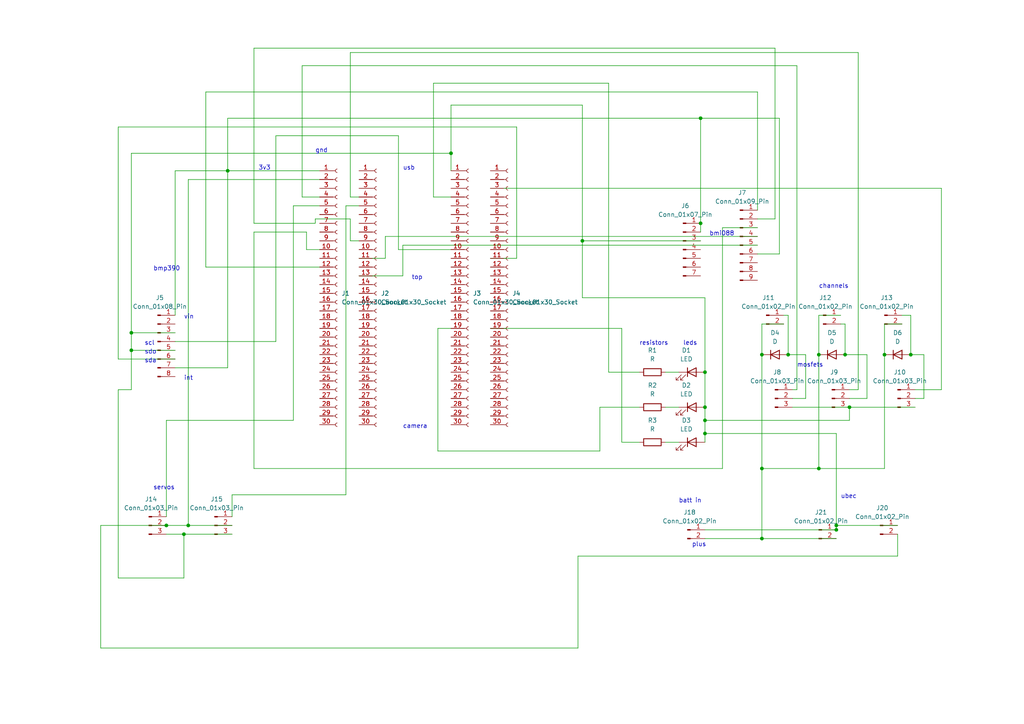
<source format=kicad_sch>
(kicad_sch (version 20230121) (generator eeschema)

  (uuid d52059e9-bff8-44a7-82cd-6ba95bc9eda9)

  (paper "A4")

  (lib_symbols
    (symbol "Connector:Conn_01x02_Pin" (pin_names (offset 1.016) hide) (in_bom yes) (on_board yes)
      (property "Reference" "J" (at 0 2.54 0)
        (effects (font (size 1.27 1.27)))
      )
      (property "Value" "Conn_01x02_Pin" (at 0 -5.08 0)
        (effects (font (size 1.27 1.27)))
      )
      (property "Footprint" "" (at 0 0 0)
        (effects (font (size 1.27 1.27)) hide)
      )
      (property "Datasheet" "~" (at 0 0 0)
        (effects (font (size 1.27 1.27)) hide)
      )
      (property "ki_locked" "" (at 0 0 0)
        (effects (font (size 1.27 1.27)))
      )
      (property "ki_keywords" "connector" (at 0 0 0)
        (effects (font (size 1.27 1.27)) hide)
      )
      (property "ki_description" "Generic connector, single row, 01x02, script generated" (at 0 0 0)
        (effects (font (size 1.27 1.27)) hide)
      )
      (property "ki_fp_filters" "Connector*:*_1x??_*" (at 0 0 0)
        (effects (font (size 1.27 1.27)) hide)
      )
      (symbol "Conn_01x02_Pin_1_1"
        (polyline
          (pts
            (xy 1.27 -2.54)
            (xy 0.8636 -2.54)
          )
          (stroke (width 0.1524) (type default))
          (fill (type none))
        )
        (polyline
          (pts
            (xy 1.27 0)
            (xy 0.8636 0)
          )
          (stroke (width 0.1524) (type default))
          (fill (type none))
        )
        (rectangle (start 0.8636 -2.413) (end 0 -2.667)
          (stroke (width 0.1524) (type default))
          (fill (type outline))
        )
        (rectangle (start 0.8636 0.127) (end 0 -0.127)
          (stroke (width 0.1524) (type default))
          (fill (type outline))
        )
        (pin passive line (at 5.08 0 180) (length 3.81)
          (name "Pin_1" (effects (font (size 1.27 1.27))))
          (number "1" (effects (font (size 1.27 1.27))))
        )
        (pin passive line (at 5.08 -2.54 180) (length 3.81)
          (name "Pin_2" (effects (font (size 1.27 1.27))))
          (number "2" (effects (font (size 1.27 1.27))))
        )
      )
    )
    (symbol "Connector:Conn_01x03_Pin" (pin_names (offset 1.016) hide) (in_bom yes) (on_board yes)
      (property "Reference" "J" (at 0 5.08 0)
        (effects (font (size 1.27 1.27)))
      )
      (property "Value" "Conn_01x03_Pin" (at 0 -5.08 0)
        (effects (font (size 1.27 1.27)))
      )
      (property "Footprint" "" (at 0 0 0)
        (effects (font (size 1.27 1.27)) hide)
      )
      (property "Datasheet" "~" (at 0 0 0)
        (effects (font (size 1.27 1.27)) hide)
      )
      (property "ki_locked" "" (at 0 0 0)
        (effects (font (size 1.27 1.27)))
      )
      (property "ki_keywords" "connector" (at 0 0 0)
        (effects (font (size 1.27 1.27)) hide)
      )
      (property "ki_description" "Generic connector, single row, 01x03, script generated" (at 0 0 0)
        (effects (font (size 1.27 1.27)) hide)
      )
      (property "ki_fp_filters" "Connector*:*_1x??_*" (at 0 0 0)
        (effects (font (size 1.27 1.27)) hide)
      )
      (symbol "Conn_01x03_Pin_1_1"
        (polyline
          (pts
            (xy 1.27 -2.54)
            (xy 0.8636 -2.54)
          )
          (stroke (width 0.1524) (type default))
          (fill (type none))
        )
        (polyline
          (pts
            (xy 1.27 0)
            (xy 0.8636 0)
          )
          (stroke (width 0.1524) (type default))
          (fill (type none))
        )
        (polyline
          (pts
            (xy 1.27 2.54)
            (xy 0.8636 2.54)
          )
          (stroke (width 0.1524) (type default))
          (fill (type none))
        )
        (rectangle (start 0.8636 -2.413) (end 0 -2.667)
          (stroke (width 0.1524) (type default))
          (fill (type outline))
        )
        (rectangle (start 0.8636 0.127) (end 0 -0.127)
          (stroke (width 0.1524) (type default))
          (fill (type outline))
        )
        (rectangle (start 0.8636 2.667) (end 0 2.413)
          (stroke (width 0.1524) (type default))
          (fill (type outline))
        )
        (pin passive line (at 5.08 2.54 180) (length 3.81)
          (name "Pin_1" (effects (font (size 1.27 1.27))))
          (number "1" (effects (font (size 1.27 1.27))))
        )
        (pin passive line (at 5.08 0 180) (length 3.81)
          (name "Pin_2" (effects (font (size 1.27 1.27))))
          (number "2" (effects (font (size 1.27 1.27))))
        )
        (pin passive line (at 5.08 -2.54 180) (length 3.81)
          (name "Pin_3" (effects (font (size 1.27 1.27))))
          (number "3" (effects (font (size 1.27 1.27))))
        )
      )
    )
    (symbol "Connector:Conn_01x07_Pin" (pin_names (offset 1.016) hide) (in_bom yes) (on_board yes)
      (property "Reference" "J" (at 0 10.16 0)
        (effects (font (size 1.27 1.27)))
      )
      (property "Value" "Conn_01x07_Pin" (at 0 -10.16 0)
        (effects (font (size 1.27 1.27)))
      )
      (property "Footprint" "" (at 0 0 0)
        (effects (font (size 1.27 1.27)) hide)
      )
      (property "Datasheet" "~" (at 0 0 0)
        (effects (font (size 1.27 1.27)) hide)
      )
      (property "ki_locked" "" (at 0 0 0)
        (effects (font (size 1.27 1.27)))
      )
      (property "ki_keywords" "connector" (at 0 0 0)
        (effects (font (size 1.27 1.27)) hide)
      )
      (property "ki_description" "Generic connector, single row, 01x07, script generated" (at 0 0 0)
        (effects (font (size 1.27 1.27)) hide)
      )
      (property "ki_fp_filters" "Connector*:*_1x??_*" (at 0 0 0)
        (effects (font (size 1.27 1.27)) hide)
      )
      (symbol "Conn_01x07_Pin_1_1"
        (polyline
          (pts
            (xy 1.27 -7.62)
            (xy 0.8636 -7.62)
          )
          (stroke (width 0.1524) (type default))
          (fill (type none))
        )
        (polyline
          (pts
            (xy 1.27 -5.08)
            (xy 0.8636 -5.08)
          )
          (stroke (width 0.1524) (type default))
          (fill (type none))
        )
        (polyline
          (pts
            (xy 1.27 -2.54)
            (xy 0.8636 -2.54)
          )
          (stroke (width 0.1524) (type default))
          (fill (type none))
        )
        (polyline
          (pts
            (xy 1.27 0)
            (xy 0.8636 0)
          )
          (stroke (width 0.1524) (type default))
          (fill (type none))
        )
        (polyline
          (pts
            (xy 1.27 2.54)
            (xy 0.8636 2.54)
          )
          (stroke (width 0.1524) (type default))
          (fill (type none))
        )
        (polyline
          (pts
            (xy 1.27 5.08)
            (xy 0.8636 5.08)
          )
          (stroke (width 0.1524) (type default))
          (fill (type none))
        )
        (polyline
          (pts
            (xy 1.27 7.62)
            (xy 0.8636 7.62)
          )
          (stroke (width 0.1524) (type default))
          (fill (type none))
        )
        (rectangle (start 0.8636 -7.493) (end 0 -7.747)
          (stroke (width 0.1524) (type default))
          (fill (type outline))
        )
        (rectangle (start 0.8636 -4.953) (end 0 -5.207)
          (stroke (width 0.1524) (type default))
          (fill (type outline))
        )
        (rectangle (start 0.8636 -2.413) (end 0 -2.667)
          (stroke (width 0.1524) (type default))
          (fill (type outline))
        )
        (rectangle (start 0.8636 0.127) (end 0 -0.127)
          (stroke (width 0.1524) (type default))
          (fill (type outline))
        )
        (rectangle (start 0.8636 2.667) (end 0 2.413)
          (stroke (width 0.1524) (type default))
          (fill (type outline))
        )
        (rectangle (start 0.8636 5.207) (end 0 4.953)
          (stroke (width 0.1524) (type default))
          (fill (type outline))
        )
        (rectangle (start 0.8636 7.747) (end 0 7.493)
          (stroke (width 0.1524) (type default))
          (fill (type outline))
        )
        (pin passive line (at 5.08 7.62 180) (length 3.81)
          (name "Pin_1" (effects (font (size 1.27 1.27))))
          (number "1" (effects (font (size 1.27 1.27))))
        )
        (pin passive line (at 5.08 5.08 180) (length 3.81)
          (name "Pin_2" (effects (font (size 1.27 1.27))))
          (number "2" (effects (font (size 1.27 1.27))))
        )
        (pin passive line (at 5.08 2.54 180) (length 3.81)
          (name "Pin_3" (effects (font (size 1.27 1.27))))
          (number "3" (effects (font (size 1.27 1.27))))
        )
        (pin passive line (at 5.08 0 180) (length 3.81)
          (name "Pin_4" (effects (font (size 1.27 1.27))))
          (number "4" (effects (font (size 1.27 1.27))))
        )
        (pin passive line (at 5.08 -2.54 180) (length 3.81)
          (name "Pin_5" (effects (font (size 1.27 1.27))))
          (number "5" (effects (font (size 1.27 1.27))))
        )
        (pin passive line (at 5.08 -5.08 180) (length 3.81)
          (name "Pin_6" (effects (font (size 1.27 1.27))))
          (number "6" (effects (font (size 1.27 1.27))))
        )
        (pin passive line (at 5.08 -7.62 180) (length 3.81)
          (name "Pin_7" (effects (font (size 1.27 1.27))))
          (number "7" (effects (font (size 1.27 1.27))))
        )
      )
    )
    (symbol "Connector:Conn_01x08_Pin" (pin_names (offset 1.016) hide) (in_bom yes) (on_board yes)
      (property "Reference" "J" (at 0 10.16 0)
        (effects (font (size 1.27 1.27)))
      )
      (property "Value" "Conn_01x08_Pin" (at 0 -12.7 0)
        (effects (font (size 1.27 1.27)))
      )
      (property "Footprint" "" (at 0 0 0)
        (effects (font (size 1.27 1.27)) hide)
      )
      (property "Datasheet" "~" (at 0 0 0)
        (effects (font (size 1.27 1.27)) hide)
      )
      (property "ki_locked" "" (at 0 0 0)
        (effects (font (size 1.27 1.27)))
      )
      (property "ki_keywords" "connector" (at 0 0 0)
        (effects (font (size 1.27 1.27)) hide)
      )
      (property "ki_description" "Generic connector, single row, 01x08, script generated" (at 0 0 0)
        (effects (font (size 1.27 1.27)) hide)
      )
      (property "ki_fp_filters" "Connector*:*_1x??_*" (at 0 0 0)
        (effects (font (size 1.27 1.27)) hide)
      )
      (symbol "Conn_01x08_Pin_1_1"
        (polyline
          (pts
            (xy 1.27 -10.16)
            (xy 0.8636 -10.16)
          )
          (stroke (width 0.1524) (type default))
          (fill (type none))
        )
        (polyline
          (pts
            (xy 1.27 -7.62)
            (xy 0.8636 -7.62)
          )
          (stroke (width 0.1524) (type default))
          (fill (type none))
        )
        (polyline
          (pts
            (xy 1.27 -5.08)
            (xy 0.8636 -5.08)
          )
          (stroke (width 0.1524) (type default))
          (fill (type none))
        )
        (polyline
          (pts
            (xy 1.27 -2.54)
            (xy 0.8636 -2.54)
          )
          (stroke (width 0.1524) (type default))
          (fill (type none))
        )
        (polyline
          (pts
            (xy 1.27 0)
            (xy 0.8636 0)
          )
          (stroke (width 0.1524) (type default))
          (fill (type none))
        )
        (polyline
          (pts
            (xy 1.27 2.54)
            (xy 0.8636 2.54)
          )
          (stroke (width 0.1524) (type default))
          (fill (type none))
        )
        (polyline
          (pts
            (xy 1.27 5.08)
            (xy 0.8636 5.08)
          )
          (stroke (width 0.1524) (type default))
          (fill (type none))
        )
        (polyline
          (pts
            (xy 1.27 7.62)
            (xy 0.8636 7.62)
          )
          (stroke (width 0.1524) (type default))
          (fill (type none))
        )
        (rectangle (start 0.8636 -10.033) (end 0 -10.287)
          (stroke (width 0.1524) (type default))
          (fill (type outline))
        )
        (rectangle (start 0.8636 -7.493) (end 0 -7.747)
          (stroke (width 0.1524) (type default))
          (fill (type outline))
        )
        (rectangle (start 0.8636 -4.953) (end 0 -5.207)
          (stroke (width 0.1524) (type default))
          (fill (type outline))
        )
        (rectangle (start 0.8636 -2.413) (end 0 -2.667)
          (stroke (width 0.1524) (type default))
          (fill (type outline))
        )
        (rectangle (start 0.8636 0.127) (end 0 -0.127)
          (stroke (width 0.1524) (type default))
          (fill (type outline))
        )
        (rectangle (start 0.8636 2.667) (end 0 2.413)
          (stroke (width 0.1524) (type default))
          (fill (type outline))
        )
        (rectangle (start 0.8636 5.207) (end 0 4.953)
          (stroke (width 0.1524) (type default))
          (fill (type outline))
        )
        (rectangle (start 0.8636 7.747) (end 0 7.493)
          (stroke (width 0.1524) (type default))
          (fill (type outline))
        )
        (pin passive line (at 5.08 7.62 180) (length 3.81)
          (name "Pin_1" (effects (font (size 1.27 1.27))))
          (number "1" (effects (font (size 1.27 1.27))))
        )
        (pin passive line (at 5.08 5.08 180) (length 3.81)
          (name "Pin_2" (effects (font (size 1.27 1.27))))
          (number "2" (effects (font (size 1.27 1.27))))
        )
        (pin passive line (at 5.08 2.54 180) (length 3.81)
          (name "Pin_3" (effects (font (size 1.27 1.27))))
          (number "3" (effects (font (size 1.27 1.27))))
        )
        (pin passive line (at 5.08 0 180) (length 3.81)
          (name "Pin_4" (effects (font (size 1.27 1.27))))
          (number "4" (effects (font (size 1.27 1.27))))
        )
        (pin passive line (at 5.08 -2.54 180) (length 3.81)
          (name "Pin_5" (effects (font (size 1.27 1.27))))
          (number "5" (effects (font (size 1.27 1.27))))
        )
        (pin passive line (at 5.08 -5.08 180) (length 3.81)
          (name "Pin_6" (effects (font (size 1.27 1.27))))
          (number "6" (effects (font (size 1.27 1.27))))
        )
        (pin passive line (at 5.08 -7.62 180) (length 3.81)
          (name "Pin_7" (effects (font (size 1.27 1.27))))
          (number "7" (effects (font (size 1.27 1.27))))
        )
        (pin passive line (at 5.08 -10.16 180) (length 3.81)
          (name "Pin_8" (effects (font (size 1.27 1.27))))
          (number "8" (effects (font (size 1.27 1.27))))
        )
      )
    )
    (symbol "Connector:Conn_01x09_Pin" (pin_names (offset 1.016) hide) (in_bom yes) (on_board yes)
      (property "Reference" "J" (at 0 12.7 0)
        (effects (font (size 1.27 1.27)))
      )
      (property "Value" "Conn_01x09_Pin" (at 0 -12.7 0)
        (effects (font (size 1.27 1.27)))
      )
      (property "Footprint" "" (at 0 0 0)
        (effects (font (size 1.27 1.27)) hide)
      )
      (property "Datasheet" "~" (at 0 0 0)
        (effects (font (size 1.27 1.27)) hide)
      )
      (property "ki_locked" "" (at 0 0 0)
        (effects (font (size 1.27 1.27)))
      )
      (property "ki_keywords" "connector" (at 0 0 0)
        (effects (font (size 1.27 1.27)) hide)
      )
      (property "ki_description" "Generic connector, single row, 01x09, script generated" (at 0 0 0)
        (effects (font (size 1.27 1.27)) hide)
      )
      (property "ki_fp_filters" "Connector*:*_1x??_*" (at 0 0 0)
        (effects (font (size 1.27 1.27)) hide)
      )
      (symbol "Conn_01x09_Pin_1_1"
        (polyline
          (pts
            (xy 1.27 -10.16)
            (xy 0.8636 -10.16)
          )
          (stroke (width 0.1524) (type default))
          (fill (type none))
        )
        (polyline
          (pts
            (xy 1.27 -7.62)
            (xy 0.8636 -7.62)
          )
          (stroke (width 0.1524) (type default))
          (fill (type none))
        )
        (polyline
          (pts
            (xy 1.27 -5.08)
            (xy 0.8636 -5.08)
          )
          (stroke (width 0.1524) (type default))
          (fill (type none))
        )
        (polyline
          (pts
            (xy 1.27 -2.54)
            (xy 0.8636 -2.54)
          )
          (stroke (width 0.1524) (type default))
          (fill (type none))
        )
        (polyline
          (pts
            (xy 1.27 0)
            (xy 0.8636 0)
          )
          (stroke (width 0.1524) (type default))
          (fill (type none))
        )
        (polyline
          (pts
            (xy 1.27 2.54)
            (xy 0.8636 2.54)
          )
          (stroke (width 0.1524) (type default))
          (fill (type none))
        )
        (polyline
          (pts
            (xy 1.27 5.08)
            (xy 0.8636 5.08)
          )
          (stroke (width 0.1524) (type default))
          (fill (type none))
        )
        (polyline
          (pts
            (xy 1.27 7.62)
            (xy 0.8636 7.62)
          )
          (stroke (width 0.1524) (type default))
          (fill (type none))
        )
        (polyline
          (pts
            (xy 1.27 10.16)
            (xy 0.8636 10.16)
          )
          (stroke (width 0.1524) (type default))
          (fill (type none))
        )
        (rectangle (start 0.8636 -10.033) (end 0 -10.287)
          (stroke (width 0.1524) (type default))
          (fill (type outline))
        )
        (rectangle (start 0.8636 -7.493) (end 0 -7.747)
          (stroke (width 0.1524) (type default))
          (fill (type outline))
        )
        (rectangle (start 0.8636 -4.953) (end 0 -5.207)
          (stroke (width 0.1524) (type default))
          (fill (type outline))
        )
        (rectangle (start 0.8636 -2.413) (end 0 -2.667)
          (stroke (width 0.1524) (type default))
          (fill (type outline))
        )
        (rectangle (start 0.8636 0.127) (end 0 -0.127)
          (stroke (width 0.1524) (type default))
          (fill (type outline))
        )
        (rectangle (start 0.8636 2.667) (end 0 2.413)
          (stroke (width 0.1524) (type default))
          (fill (type outline))
        )
        (rectangle (start 0.8636 5.207) (end 0 4.953)
          (stroke (width 0.1524) (type default))
          (fill (type outline))
        )
        (rectangle (start 0.8636 7.747) (end 0 7.493)
          (stroke (width 0.1524) (type default))
          (fill (type outline))
        )
        (rectangle (start 0.8636 10.287) (end 0 10.033)
          (stroke (width 0.1524) (type default))
          (fill (type outline))
        )
        (pin passive line (at 5.08 10.16 180) (length 3.81)
          (name "Pin_1" (effects (font (size 1.27 1.27))))
          (number "1" (effects (font (size 1.27 1.27))))
        )
        (pin passive line (at 5.08 7.62 180) (length 3.81)
          (name "Pin_2" (effects (font (size 1.27 1.27))))
          (number "2" (effects (font (size 1.27 1.27))))
        )
        (pin passive line (at 5.08 5.08 180) (length 3.81)
          (name "Pin_3" (effects (font (size 1.27 1.27))))
          (number "3" (effects (font (size 1.27 1.27))))
        )
        (pin passive line (at 5.08 2.54 180) (length 3.81)
          (name "Pin_4" (effects (font (size 1.27 1.27))))
          (number "4" (effects (font (size 1.27 1.27))))
        )
        (pin passive line (at 5.08 0 180) (length 3.81)
          (name "Pin_5" (effects (font (size 1.27 1.27))))
          (number "5" (effects (font (size 1.27 1.27))))
        )
        (pin passive line (at 5.08 -2.54 180) (length 3.81)
          (name "Pin_6" (effects (font (size 1.27 1.27))))
          (number "6" (effects (font (size 1.27 1.27))))
        )
        (pin passive line (at 5.08 -5.08 180) (length 3.81)
          (name "Pin_7" (effects (font (size 1.27 1.27))))
          (number "7" (effects (font (size 1.27 1.27))))
        )
        (pin passive line (at 5.08 -7.62 180) (length 3.81)
          (name "Pin_8" (effects (font (size 1.27 1.27))))
          (number "8" (effects (font (size 1.27 1.27))))
        )
        (pin passive line (at 5.08 -10.16 180) (length 3.81)
          (name "Pin_9" (effects (font (size 1.27 1.27))))
          (number "9" (effects (font (size 1.27 1.27))))
        )
      )
    )
    (symbol "Connector:Conn_01x30_Socket" (pin_names (offset 1.016) hide) (in_bom yes) (on_board yes)
      (property "Reference" "J" (at 0 38.1 0)
        (effects (font (size 1.27 1.27)))
      )
      (property "Value" "Conn_01x30_Socket" (at 0 -40.64 0)
        (effects (font (size 1.27 1.27)))
      )
      (property "Footprint" "" (at 0 0 0)
        (effects (font (size 1.27 1.27)) hide)
      )
      (property "Datasheet" "~" (at 0 0 0)
        (effects (font (size 1.27 1.27)) hide)
      )
      (property "ki_locked" "" (at 0 0 0)
        (effects (font (size 1.27 1.27)))
      )
      (property "ki_keywords" "connector" (at 0 0 0)
        (effects (font (size 1.27 1.27)) hide)
      )
      (property "ki_description" "Generic connector, single row, 01x30, script generated" (at 0 0 0)
        (effects (font (size 1.27 1.27)) hide)
      )
      (property "ki_fp_filters" "Connector*:*_1x??_*" (at 0 0 0)
        (effects (font (size 1.27 1.27)) hide)
      )
      (symbol "Conn_01x30_Socket_1_1"
        (arc (start 0 -37.592) (mid -0.5058 -38.1) (end 0 -38.608)
          (stroke (width 0.1524) (type default))
          (fill (type none))
        )
        (arc (start 0 -35.052) (mid -0.5058 -35.56) (end 0 -36.068)
          (stroke (width 0.1524) (type default))
          (fill (type none))
        )
        (arc (start 0 -32.512) (mid -0.5058 -33.02) (end 0 -33.528)
          (stroke (width 0.1524) (type default))
          (fill (type none))
        )
        (arc (start 0 -29.972) (mid -0.5058 -30.48) (end 0 -30.988)
          (stroke (width 0.1524) (type default))
          (fill (type none))
        )
        (arc (start 0 -27.432) (mid -0.5058 -27.94) (end 0 -28.448)
          (stroke (width 0.1524) (type default))
          (fill (type none))
        )
        (arc (start 0 -24.892) (mid -0.5058 -25.4) (end 0 -25.908)
          (stroke (width 0.1524) (type default))
          (fill (type none))
        )
        (arc (start 0 -22.352) (mid -0.5058 -22.86) (end 0 -23.368)
          (stroke (width 0.1524) (type default))
          (fill (type none))
        )
        (arc (start 0 -19.812) (mid -0.5058 -20.32) (end 0 -20.828)
          (stroke (width 0.1524) (type default))
          (fill (type none))
        )
        (arc (start 0 -17.272) (mid -0.5058 -17.78) (end 0 -18.288)
          (stroke (width 0.1524) (type default))
          (fill (type none))
        )
        (arc (start 0 -14.732) (mid -0.5058 -15.24) (end 0 -15.748)
          (stroke (width 0.1524) (type default))
          (fill (type none))
        )
        (arc (start 0 -12.192) (mid -0.5058 -12.7) (end 0 -13.208)
          (stroke (width 0.1524) (type default))
          (fill (type none))
        )
        (arc (start 0 -9.652) (mid -0.5058 -10.16) (end 0 -10.668)
          (stroke (width 0.1524) (type default))
          (fill (type none))
        )
        (arc (start 0 -7.112) (mid -0.5058 -7.62) (end 0 -8.128)
          (stroke (width 0.1524) (type default))
          (fill (type none))
        )
        (arc (start 0 -4.572) (mid -0.5058 -5.08) (end 0 -5.588)
          (stroke (width 0.1524) (type default))
          (fill (type none))
        )
        (arc (start 0 -2.032) (mid -0.5058 -2.54) (end 0 -3.048)
          (stroke (width 0.1524) (type default))
          (fill (type none))
        )
        (polyline
          (pts
            (xy -1.27 -38.1)
            (xy -0.508 -38.1)
          )
          (stroke (width 0.1524) (type default))
          (fill (type none))
        )
        (polyline
          (pts
            (xy -1.27 -35.56)
            (xy -0.508 -35.56)
          )
          (stroke (width 0.1524) (type default))
          (fill (type none))
        )
        (polyline
          (pts
            (xy -1.27 -33.02)
            (xy -0.508 -33.02)
          )
          (stroke (width 0.1524) (type default))
          (fill (type none))
        )
        (polyline
          (pts
            (xy -1.27 -30.48)
            (xy -0.508 -30.48)
          )
          (stroke (width 0.1524) (type default))
          (fill (type none))
        )
        (polyline
          (pts
            (xy -1.27 -27.94)
            (xy -0.508 -27.94)
          )
          (stroke (width 0.1524) (type default))
          (fill (type none))
        )
        (polyline
          (pts
            (xy -1.27 -25.4)
            (xy -0.508 -25.4)
          )
          (stroke (width 0.1524) (type default))
          (fill (type none))
        )
        (polyline
          (pts
            (xy -1.27 -22.86)
            (xy -0.508 -22.86)
          )
          (stroke (width 0.1524) (type default))
          (fill (type none))
        )
        (polyline
          (pts
            (xy -1.27 -20.32)
            (xy -0.508 -20.32)
          )
          (stroke (width 0.1524) (type default))
          (fill (type none))
        )
        (polyline
          (pts
            (xy -1.27 -17.78)
            (xy -0.508 -17.78)
          )
          (stroke (width 0.1524) (type default))
          (fill (type none))
        )
        (polyline
          (pts
            (xy -1.27 -15.24)
            (xy -0.508 -15.24)
          )
          (stroke (width 0.1524) (type default))
          (fill (type none))
        )
        (polyline
          (pts
            (xy -1.27 -12.7)
            (xy -0.508 -12.7)
          )
          (stroke (width 0.1524) (type default))
          (fill (type none))
        )
        (polyline
          (pts
            (xy -1.27 -10.16)
            (xy -0.508 -10.16)
          )
          (stroke (width 0.1524) (type default))
          (fill (type none))
        )
        (polyline
          (pts
            (xy -1.27 -7.62)
            (xy -0.508 -7.62)
          )
          (stroke (width 0.1524) (type default))
          (fill (type none))
        )
        (polyline
          (pts
            (xy -1.27 -5.08)
            (xy -0.508 -5.08)
          )
          (stroke (width 0.1524) (type default))
          (fill (type none))
        )
        (polyline
          (pts
            (xy -1.27 -2.54)
            (xy -0.508 -2.54)
          )
          (stroke (width 0.1524) (type default))
          (fill (type none))
        )
        (polyline
          (pts
            (xy -1.27 0)
            (xy -0.508 0)
          )
          (stroke (width 0.1524) (type default))
          (fill (type none))
        )
        (polyline
          (pts
            (xy -1.27 2.54)
            (xy -0.508 2.54)
          )
          (stroke (width 0.1524) (type default))
          (fill (type none))
        )
        (polyline
          (pts
            (xy -1.27 5.08)
            (xy -0.508 5.08)
          )
          (stroke (width 0.1524) (type default))
          (fill (type none))
        )
        (polyline
          (pts
            (xy -1.27 7.62)
            (xy -0.508 7.62)
          )
          (stroke (width 0.1524) (type default))
          (fill (type none))
        )
        (polyline
          (pts
            (xy -1.27 10.16)
            (xy -0.508 10.16)
          )
          (stroke (width 0.1524) (type default))
          (fill (type none))
        )
        (polyline
          (pts
            (xy -1.27 12.7)
            (xy -0.508 12.7)
          )
          (stroke (width 0.1524) (type default))
          (fill (type none))
        )
        (polyline
          (pts
            (xy -1.27 15.24)
            (xy -0.508 15.24)
          )
          (stroke (width 0.1524) (type default))
          (fill (type none))
        )
        (polyline
          (pts
            (xy -1.27 17.78)
            (xy -0.508 17.78)
          )
          (stroke (width 0.1524) (type default))
          (fill (type none))
        )
        (polyline
          (pts
            (xy -1.27 20.32)
            (xy -0.508 20.32)
          )
          (stroke (width 0.1524) (type default))
          (fill (type none))
        )
        (polyline
          (pts
            (xy -1.27 22.86)
            (xy -0.508 22.86)
          )
          (stroke (width 0.1524) (type default))
          (fill (type none))
        )
        (polyline
          (pts
            (xy -1.27 25.4)
            (xy -0.508 25.4)
          )
          (stroke (width 0.1524) (type default))
          (fill (type none))
        )
        (polyline
          (pts
            (xy -1.27 27.94)
            (xy -0.508 27.94)
          )
          (stroke (width 0.1524) (type default))
          (fill (type none))
        )
        (polyline
          (pts
            (xy -1.27 30.48)
            (xy -0.508 30.48)
          )
          (stroke (width 0.1524) (type default))
          (fill (type none))
        )
        (polyline
          (pts
            (xy -1.27 33.02)
            (xy -0.508 33.02)
          )
          (stroke (width 0.1524) (type default))
          (fill (type none))
        )
        (polyline
          (pts
            (xy -1.27 35.56)
            (xy -0.508 35.56)
          )
          (stroke (width 0.1524) (type default))
          (fill (type none))
        )
        (arc (start 0 0.508) (mid -0.5058 0) (end 0 -0.508)
          (stroke (width 0.1524) (type default))
          (fill (type none))
        )
        (arc (start 0 3.048) (mid -0.5058 2.54) (end 0 2.032)
          (stroke (width 0.1524) (type default))
          (fill (type none))
        )
        (arc (start 0 5.588) (mid -0.5058 5.08) (end 0 4.572)
          (stroke (width 0.1524) (type default))
          (fill (type none))
        )
        (arc (start 0 8.128) (mid -0.5058 7.62) (end 0 7.112)
          (stroke (width 0.1524) (type default))
          (fill (type none))
        )
        (arc (start 0 10.668) (mid -0.5058 10.16) (end 0 9.652)
          (stroke (width 0.1524) (type default))
          (fill (type none))
        )
        (arc (start 0 13.208) (mid -0.5058 12.7) (end 0 12.192)
          (stroke (width 0.1524) (type default))
          (fill (type none))
        )
        (arc (start 0 15.748) (mid -0.5058 15.24) (end 0 14.732)
          (stroke (width 0.1524) (type default))
          (fill (type none))
        )
        (arc (start 0 18.288) (mid -0.5058 17.78) (end 0 17.272)
          (stroke (width 0.1524) (type default))
          (fill (type none))
        )
        (arc (start 0 20.828) (mid -0.5058 20.32) (end 0 19.812)
          (stroke (width 0.1524) (type default))
          (fill (type none))
        )
        (arc (start 0 23.368) (mid -0.5058 22.86) (end 0 22.352)
          (stroke (width 0.1524) (type default))
          (fill (type none))
        )
        (arc (start 0 25.908) (mid -0.5058 25.4) (end 0 24.892)
          (stroke (width 0.1524) (type default))
          (fill (type none))
        )
        (arc (start 0 28.448) (mid -0.5058 27.94) (end 0 27.432)
          (stroke (width 0.1524) (type default))
          (fill (type none))
        )
        (arc (start 0 30.988) (mid -0.5058 30.48) (end 0 29.972)
          (stroke (width 0.1524) (type default))
          (fill (type none))
        )
        (arc (start 0 33.528) (mid -0.5058 33.02) (end 0 32.512)
          (stroke (width 0.1524) (type default))
          (fill (type none))
        )
        (arc (start 0 36.068) (mid -0.5058 35.56) (end 0 35.052)
          (stroke (width 0.1524) (type default))
          (fill (type none))
        )
        (pin passive line (at -5.08 35.56 0) (length 3.81)
          (name "Pin_1" (effects (font (size 1.27 1.27))))
          (number "1" (effects (font (size 1.27 1.27))))
        )
        (pin passive line (at -5.08 12.7 0) (length 3.81)
          (name "Pin_10" (effects (font (size 1.27 1.27))))
          (number "10" (effects (font (size 1.27 1.27))))
        )
        (pin passive line (at -5.08 10.16 0) (length 3.81)
          (name "Pin_11" (effects (font (size 1.27 1.27))))
          (number "11" (effects (font (size 1.27 1.27))))
        )
        (pin passive line (at -5.08 7.62 0) (length 3.81)
          (name "Pin_12" (effects (font (size 1.27 1.27))))
          (number "12" (effects (font (size 1.27 1.27))))
        )
        (pin passive line (at -5.08 5.08 0) (length 3.81)
          (name "Pin_13" (effects (font (size 1.27 1.27))))
          (number "13" (effects (font (size 1.27 1.27))))
        )
        (pin passive line (at -5.08 2.54 0) (length 3.81)
          (name "Pin_14" (effects (font (size 1.27 1.27))))
          (number "14" (effects (font (size 1.27 1.27))))
        )
        (pin passive line (at -5.08 0 0) (length 3.81)
          (name "Pin_15" (effects (font (size 1.27 1.27))))
          (number "15" (effects (font (size 1.27 1.27))))
        )
        (pin passive line (at -5.08 -2.54 0) (length 3.81)
          (name "Pin_16" (effects (font (size 1.27 1.27))))
          (number "16" (effects (font (size 1.27 1.27))))
        )
        (pin passive line (at -5.08 -5.08 0) (length 3.81)
          (name "Pin_17" (effects (font (size 1.27 1.27))))
          (number "17" (effects (font (size 1.27 1.27))))
        )
        (pin passive line (at -5.08 -7.62 0) (length 3.81)
          (name "Pin_18" (effects (font (size 1.27 1.27))))
          (number "18" (effects (font (size 1.27 1.27))))
        )
        (pin passive line (at -5.08 -10.16 0) (length 3.81)
          (name "Pin_19" (effects (font (size 1.27 1.27))))
          (number "19" (effects (font (size 1.27 1.27))))
        )
        (pin passive line (at -5.08 33.02 0) (length 3.81)
          (name "Pin_2" (effects (font (size 1.27 1.27))))
          (number "2" (effects (font (size 1.27 1.27))))
        )
        (pin passive line (at -5.08 -12.7 0) (length 3.81)
          (name "Pin_20" (effects (font (size 1.27 1.27))))
          (number "20" (effects (font (size 1.27 1.27))))
        )
        (pin passive line (at -5.08 -15.24 0) (length 3.81)
          (name "Pin_21" (effects (font (size 1.27 1.27))))
          (number "21" (effects (font (size 1.27 1.27))))
        )
        (pin passive line (at -5.08 -17.78 0) (length 3.81)
          (name "Pin_22" (effects (font (size 1.27 1.27))))
          (number "22" (effects (font (size 1.27 1.27))))
        )
        (pin passive line (at -5.08 -20.32 0) (length 3.81)
          (name "Pin_23" (effects (font (size 1.27 1.27))))
          (number "23" (effects (font (size 1.27 1.27))))
        )
        (pin passive line (at -5.08 -22.86 0) (length 3.81)
          (name "Pin_24" (effects (font (size 1.27 1.27))))
          (number "24" (effects (font (size 1.27 1.27))))
        )
        (pin passive line (at -5.08 -25.4 0) (length 3.81)
          (name "Pin_25" (effects (font (size 1.27 1.27))))
          (number "25" (effects (font (size 1.27 1.27))))
        )
        (pin passive line (at -5.08 -27.94 0) (length 3.81)
          (name "Pin_26" (effects (font (size 1.27 1.27))))
          (number "26" (effects (font (size 1.27 1.27))))
        )
        (pin passive line (at -5.08 -30.48 0) (length 3.81)
          (name "Pin_27" (effects (font (size 1.27 1.27))))
          (number "27" (effects (font (size 1.27 1.27))))
        )
        (pin passive line (at -5.08 -33.02 0) (length 3.81)
          (name "Pin_28" (effects (font (size 1.27 1.27))))
          (number "28" (effects (font (size 1.27 1.27))))
        )
        (pin passive line (at -5.08 -35.56 0) (length 3.81)
          (name "Pin_29" (effects (font (size 1.27 1.27))))
          (number "29" (effects (font (size 1.27 1.27))))
        )
        (pin passive line (at -5.08 30.48 0) (length 3.81)
          (name "Pin_3" (effects (font (size 1.27 1.27))))
          (number "3" (effects (font (size 1.27 1.27))))
        )
        (pin passive line (at -5.08 -38.1 0) (length 3.81)
          (name "Pin_30" (effects (font (size 1.27 1.27))))
          (number "30" (effects (font (size 1.27 1.27))))
        )
        (pin passive line (at -5.08 27.94 0) (length 3.81)
          (name "Pin_4" (effects (font (size 1.27 1.27))))
          (number "4" (effects (font (size 1.27 1.27))))
        )
        (pin passive line (at -5.08 25.4 0) (length 3.81)
          (name "Pin_5" (effects (font (size 1.27 1.27))))
          (number "5" (effects (font (size 1.27 1.27))))
        )
        (pin passive line (at -5.08 22.86 0) (length 3.81)
          (name "Pin_6" (effects (font (size 1.27 1.27))))
          (number "6" (effects (font (size 1.27 1.27))))
        )
        (pin passive line (at -5.08 20.32 0) (length 3.81)
          (name "Pin_7" (effects (font (size 1.27 1.27))))
          (number "7" (effects (font (size 1.27 1.27))))
        )
        (pin passive line (at -5.08 17.78 0) (length 3.81)
          (name "Pin_8" (effects (font (size 1.27 1.27))))
          (number "8" (effects (font (size 1.27 1.27))))
        )
        (pin passive line (at -5.08 15.24 0) (length 3.81)
          (name "Pin_9" (effects (font (size 1.27 1.27))))
          (number "9" (effects (font (size 1.27 1.27))))
        )
      )
    )
    (symbol "Device:D" (pin_numbers hide) (pin_names (offset 1.016) hide) (in_bom yes) (on_board yes)
      (property "Reference" "D" (at 0 2.54 0)
        (effects (font (size 1.27 1.27)))
      )
      (property "Value" "D" (at 0 -2.54 0)
        (effects (font (size 1.27 1.27)))
      )
      (property "Footprint" "" (at 0 0 0)
        (effects (font (size 1.27 1.27)) hide)
      )
      (property "Datasheet" "~" (at 0 0 0)
        (effects (font (size 1.27 1.27)) hide)
      )
      (property "Sim.Device" "D" (at 0 0 0)
        (effects (font (size 1.27 1.27)) hide)
      )
      (property "Sim.Pins" "1=K 2=A" (at 0 0 0)
        (effects (font (size 1.27 1.27)) hide)
      )
      (property "ki_keywords" "diode" (at 0 0 0)
        (effects (font (size 1.27 1.27)) hide)
      )
      (property "ki_description" "Diode" (at 0 0 0)
        (effects (font (size 1.27 1.27)) hide)
      )
      (property "ki_fp_filters" "TO-???* *_Diode_* *SingleDiode* D_*" (at 0 0 0)
        (effects (font (size 1.27 1.27)) hide)
      )
      (symbol "D_0_1"
        (polyline
          (pts
            (xy -1.27 1.27)
            (xy -1.27 -1.27)
          )
          (stroke (width 0.254) (type default))
          (fill (type none))
        )
        (polyline
          (pts
            (xy 1.27 0)
            (xy -1.27 0)
          )
          (stroke (width 0) (type default))
          (fill (type none))
        )
        (polyline
          (pts
            (xy 1.27 1.27)
            (xy 1.27 -1.27)
            (xy -1.27 0)
            (xy 1.27 1.27)
          )
          (stroke (width 0.254) (type default))
          (fill (type none))
        )
      )
      (symbol "D_1_1"
        (pin passive line (at -3.81 0 0) (length 2.54)
          (name "K" (effects (font (size 1.27 1.27))))
          (number "1" (effects (font (size 1.27 1.27))))
        )
        (pin passive line (at 3.81 0 180) (length 2.54)
          (name "A" (effects (font (size 1.27 1.27))))
          (number "2" (effects (font (size 1.27 1.27))))
        )
      )
    )
    (symbol "Device:LED" (pin_numbers hide) (pin_names (offset 1.016) hide) (in_bom yes) (on_board yes)
      (property "Reference" "D" (at 0 2.54 0)
        (effects (font (size 1.27 1.27)))
      )
      (property "Value" "LED" (at 0 -2.54 0)
        (effects (font (size 1.27 1.27)))
      )
      (property "Footprint" "" (at 0 0 0)
        (effects (font (size 1.27 1.27)) hide)
      )
      (property "Datasheet" "~" (at 0 0 0)
        (effects (font (size 1.27 1.27)) hide)
      )
      (property "ki_keywords" "LED diode" (at 0 0 0)
        (effects (font (size 1.27 1.27)) hide)
      )
      (property "ki_description" "Light emitting diode" (at 0 0 0)
        (effects (font (size 1.27 1.27)) hide)
      )
      (property "ki_fp_filters" "LED* LED_SMD:* LED_THT:*" (at 0 0 0)
        (effects (font (size 1.27 1.27)) hide)
      )
      (symbol "LED_0_1"
        (polyline
          (pts
            (xy -1.27 -1.27)
            (xy -1.27 1.27)
          )
          (stroke (width 0.254) (type default))
          (fill (type none))
        )
        (polyline
          (pts
            (xy -1.27 0)
            (xy 1.27 0)
          )
          (stroke (width 0) (type default))
          (fill (type none))
        )
        (polyline
          (pts
            (xy 1.27 -1.27)
            (xy 1.27 1.27)
            (xy -1.27 0)
            (xy 1.27 -1.27)
          )
          (stroke (width 0.254) (type default))
          (fill (type none))
        )
        (polyline
          (pts
            (xy -3.048 -0.762)
            (xy -4.572 -2.286)
            (xy -3.81 -2.286)
            (xy -4.572 -2.286)
            (xy -4.572 -1.524)
          )
          (stroke (width 0) (type default))
          (fill (type none))
        )
        (polyline
          (pts
            (xy -1.778 -0.762)
            (xy -3.302 -2.286)
            (xy -2.54 -2.286)
            (xy -3.302 -2.286)
            (xy -3.302 -1.524)
          )
          (stroke (width 0) (type default))
          (fill (type none))
        )
      )
      (symbol "LED_1_1"
        (pin passive line (at -3.81 0 0) (length 2.54)
          (name "K" (effects (font (size 1.27 1.27))))
          (number "1" (effects (font (size 1.27 1.27))))
        )
        (pin passive line (at 3.81 0 180) (length 2.54)
          (name "A" (effects (font (size 1.27 1.27))))
          (number "2" (effects (font (size 1.27 1.27))))
        )
      )
    )
    (symbol "Device:R" (pin_numbers hide) (pin_names (offset 0)) (in_bom yes) (on_board yes)
      (property "Reference" "R" (at 2.032 0 90)
        (effects (font (size 1.27 1.27)))
      )
      (property "Value" "R" (at 0 0 90)
        (effects (font (size 1.27 1.27)))
      )
      (property "Footprint" "" (at -1.778 0 90)
        (effects (font (size 1.27 1.27)) hide)
      )
      (property "Datasheet" "~" (at 0 0 0)
        (effects (font (size 1.27 1.27)) hide)
      )
      (property "ki_keywords" "R res resistor" (at 0 0 0)
        (effects (font (size 1.27 1.27)) hide)
      )
      (property "ki_description" "Resistor" (at 0 0 0)
        (effects (font (size 1.27 1.27)) hide)
      )
      (property "ki_fp_filters" "R_*" (at 0 0 0)
        (effects (font (size 1.27 1.27)) hide)
      )
      (symbol "R_0_1"
        (rectangle (start -1.016 -2.54) (end 1.016 2.54)
          (stroke (width 0.254) (type default))
          (fill (type none))
        )
      )
      (symbol "R_1_1"
        (pin passive line (at 0 3.81 270) (length 1.27)
          (name "~" (effects (font (size 1.27 1.27))))
          (number "1" (effects (font (size 1.27 1.27))))
        )
        (pin passive line (at 0 -3.81 90) (length 1.27)
          (name "~" (effects (font (size 1.27 1.27))))
          (number "2" (effects (font (size 1.27 1.27))))
        )
      )
    )
  )

  (junction (at 53.34 154.94) (diameter 0) (color 0 0 0 0)
    (uuid 02135792-3c87-4e01-aecc-995c1084f0e2)
  )
  (junction (at 228.6 102.87) (diameter 0) (color 0 0 0 0)
    (uuid 06c7a492-9d02-4b73-87b3-34607b4c90c3)
  )
  (junction (at 242.57 153.67) (diameter 0) (color 0 0 0 0)
    (uuid 10661176-f22f-4633-9cac-3ad7bfe87ce7)
  )
  (junction (at 242.57 152.4) (diameter 0) (color 0 0 0 0)
    (uuid 20ffca64-272d-462e-9ff5-562caf3cab41)
  )
  (junction (at 204.47 107.95) (diameter 0) (color 0 0 0 0)
    (uuid 224a5149-9deb-4c67-a2ec-c6150471533c)
  )
  (junction (at 48.26 152.4) (diameter 0) (color 0 0 0 0)
    (uuid 281fd260-6efc-4a68-b595-35417141d838)
  )
  (junction (at 168.91 69.85) (diameter 0) (color 0 0 0 0)
    (uuid 3b005c27-cf67-44f0-bb8c-04025e72ef1c)
  )
  (junction (at 38.1 96.52) (diameter 0) (color 0 0 0 0)
    (uuid 3e0e4e35-985c-4b10-bcf9-e30b4d92060b)
  )
  (junction (at 38.1 101.6) (diameter 0) (color 0 0 0 0)
    (uuid 404ceaed-6cc0-484f-ab18-45a9ecbd6388)
  )
  (junction (at 204.47 118.11) (diameter 0) (color 0 0 0 0)
    (uuid 4bf9e741-24c4-4c94-9889-4174bc5b8d8c)
  )
  (junction (at 54.61 152.4) (diameter 0) (color 0 0 0 0)
    (uuid 5cfb00d8-50a8-48d3-a4e5-58110dd8bb8f)
  )
  (junction (at 220.98 102.87) (diameter 0) (color 0 0 0 0)
    (uuid 5e6b06d4-7d34-435b-b833-1c8783275dbc)
  )
  (junction (at 204.47 121.92) (diameter 0) (color 0 0 0 0)
    (uuid 6d84e0c2-9401-4c73-80b3-1558d96fd1ef)
  )
  (junction (at 264.16 102.87) (diameter 0) (color 0 0 0 0)
    (uuid 75a9c0f8-4079-4e81-8956-4b7df870c2e9)
  )
  (junction (at 246.38 118.11) (diameter 0) (color 0 0 0 0)
    (uuid 7d011e81-55c3-4a1a-93c0-af404dd2b90b)
  )
  (junction (at 237.49 102.87) (diameter 0) (color 0 0 0 0)
    (uuid 7d9a2e53-ced5-4601-8862-bd44e56ac543)
  )
  (junction (at 66.04 49.53) (diameter 0) (color 0 0 0 0)
    (uuid 8a7c3d2e-9c22-466a-955d-2525fd903554)
  )
  (junction (at 256.54 102.87) (diameter 0) (color 0 0 0 0)
    (uuid ab1de02a-66cb-47ad-83e3-45a6fd01307e)
  )
  (junction (at 220.98 156.21) (diameter 0) (color 0 0 0 0)
    (uuid acdd8693-de75-4627-825a-aa5842297bcd)
  )
  (junction (at 203.2 34.29) (diameter 0) (color 0 0 0 0)
    (uuid b3964a3b-2de7-4e68-83f7-eefe3a3fe6a3)
  )
  (junction (at 245.11 102.87) (diameter 0) (color 0 0 0 0)
    (uuid ce8cf4b3-3665-4cb0-9c76-f7876693e358)
  )
  (junction (at 203.2 64.77) (diameter 0) (color 0 0 0 0)
    (uuid d9e55275-32e0-4ea9-a001-c190a454782b)
  )
  (junction (at 220.98 135.89) (diameter 0) (color 0 0 0 0)
    (uuid dd4df559-523e-4995-a324-c578be994295)
  )
  (junction (at 130.81 44.45) (diameter 0) (color 0 0 0 0)
    (uuid eac9c0ad-9cee-49e6-89f6-c66958696664)
  )
  (junction (at 204.47 125.73) (diameter 0) (color 0 0 0 0)
    (uuid f51c16bf-606e-4dd1-bae7-356bfc0c356e)
  )
  (junction (at 237.49 135.89) (diameter 0) (color 0 0 0 0)
    (uuid f9bf1bfe-adb6-4f7a-88f3-c6bff2df881d)
  )

  (wire (pts (xy 193.04 107.95) (xy 196.85 107.95))
    (stroke (width 0) (type default))
    (uuid 004f5d13-6f53-47a8-a31d-086d51a7ac6b)
  )
  (wire (pts (xy 149.86 74.93) (xy 142.24 74.93))
    (stroke (width 0) (type default))
    (uuid 0091aec6-a09a-4fc0-b4df-71faafb1b66d)
  )
  (wire (pts (xy 115.57 72.39) (xy 115.57 39.37))
    (stroke (width 0) (type default))
    (uuid 018b5c62-7881-4aa4-a6f5-614dfe8b16e2)
  )
  (wire (pts (xy 54.61 152.4) (xy 67.31 152.4))
    (stroke (width 0) (type default))
    (uuid 01eb9b71-b89e-430b-ad39-1bc44c198a70)
  )
  (wire (pts (xy 267.97 115.57) (xy 267.97 102.87))
    (stroke (width 0) (type default))
    (uuid 064e5e5b-ab40-467c-a4b7-6b678ab5d47a)
  )
  (wire (pts (xy 242.57 152.4) (xy 242.57 125.73))
    (stroke (width 0) (type default))
    (uuid 06bfc104-356e-4f5a-a863-eb207b8b1120)
  )
  (wire (pts (xy 168.91 69.85) (xy 168.91 30.48))
    (stroke (width 0) (type default))
    (uuid 08424c73-3035-4a9c-a392-26850a2b6d0d)
  )
  (wire (pts (xy 220.98 135.89) (xy 220.98 156.21))
    (stroke (width 0) (type default))
    (uuid 0927c530-7178-4954-9efd-9c8199f3de7e)
  )
  (wire (pts (xy 246.38 118.11) (xy 265.43 118.11))
    (stroke (width 0) (type default))
    (uuid 0a02c3e2-8715-4d00-a1d7-70a9fbee3325)
  )
  (wire (pts (xy 111.76 74.93) (xy 104.14 74.93))
    (stroke (width 0) (type default))
    (uuid 0af565bb-5525-41bf-8e0a-1e03d1b9d48b)
  )
  (wire (pts (xy 245.11 93.98) (xy 245.11 102.87))
    (stroke (width 0) (type default))
    (uuid 0b0b144b-3b92-4f9b-aacc-dd75dcdd1c7c)
  )
  (wire (pts (xy 243.84 91.44) (xy 237.49 91.44))
    (stroke (width 0) (type default))
    (uuid 0bffe76f-2c7c-42a3-ab50-cb77551ca9e9)
  )
  (wire (pts (xy 204.47 118.11) (xy 204.47 121.92))
    (stroke (width 0) (type default))
    (uuid 15b6f06a-aa4f-4e90-a22f-7023e339d3bf)
  )
  (wire (pts (xy 246.38 113.03) (xy 248.92 113.03))
    (stroke (width 0) (type default))
    (uuid 1a6c12ea-bf41-4d2f-a473-cb875288f8aa)
  )
  (wire (pts (xy 53.34 167.64) (xy 34.29 167.64))
    (stroke (width 0) (type default))
    (uuid 1d3c71b8-ccd4-4831-83db-8e2b1a9346b2)
  )
  (wire (pts (xy 73.66 67.31) (xy 88.9 67.31))
    (stroke (width 0) (type default))
    (uuid 1da128af-4624-4c3d-9f32-82fabbd032df)
  )
  (wire (pts (xy 167.64 161.29) (xy 167.64 187.96))
    (stroke (width 0) (type default))
    (uuid 1ea661a7-f4e9-4a69-9b2b-4200392de63a)
  )
  (wire (pts (xy 50.8 106.68) (xy 66.04 106.68))
    (stroke (width 0) (type default))
    (uuid 1eda3594-aa98-4059-b0c6-bd6d2bd097e8)
  )
  (wire (pts (xy 88.9 67.31) (xy 88.9 72.39))
    (stroke (width 0) (type default))
    (uuid 1f87d0fe-28ac-49d4-b698-88c492aa3909)
  )
  (wire (pts (xy 54.61 152.4) (xy 54.61 52.07))
    (stroke (width 0) (type default))
    (uuid 25b46cf7-1417-463b-b72f-2a6fe9171e08)
  )
  (wire (pts (xy 226.06 34.29) (xy 203.2 34.29))
    (stroke (width 0) (type default))
    (uuid 2712fc74-b09e-4d6d-9d66-bc32c8ba1067)
  )
  (wire (pts (xy 204.47 107.95) (xy 204.47 86.36))
    (stroke (width 0) (type default))
    (uuid 27d9336e-acc6-4af2-a355-ee79ba2dc482)
  )
  (wire (pts (xy 116.84 71.12) (xy 116.84 80.01))
    (stroke (width 0) (type default))
    (uuid 2819da8d-e9aa-48a7-823d-959244b0b212)
  )
  (wire (pts (xy 50.8 96.52) (xy 38.1 96.52))
    (stroke (width 0) (type default))
    (uuid 28d290bc-320a-4f66-beb6-1977ede3d240)
  )
  (wire (pts (xy 219.71 73.66) (xy 226.06 73.66))
    (stroke (width 0) (type default))
    (uuid 291f2521-e633-46af-a1bd-cb29a1959bdd)
  )
  (wire (pts (xy 256.54 135.89) (xy 237.49 135.89))
    (stroke (width 0) (type default))
    (uuid 2a40be21-0365-4a0e-bd86-914f620171f5)
  )
  (wire (pts (xy 101.6 69.85) (xy 104.14 69.85))
    (stroke (width 0) (type default))
    (uuid 2a73780e-68b1-4ca4-94da-27390b69de0e)
  )
  (wire (pts (xy 85.09 121.92) (xy 85.09 59.69))
    (stroke (width 0) (type default))
    (uuid 2a897d84-2902-467e-94eb-6d14416ecb7c)
  )
  (wire (pts (xy 142.24 95.25) (xy 180.34 95.25))
    (stroke (width 0) (type default))
    (uuid 2d175b5d-547e-451b-9c29-b565f7230571)
  )
  (wire (pts (xy 228.6 102.87) (xy 228.6 91.44))
    (stroke (width 0) (type default))
    (uuid 3539de5f-e492-4163-b394-d9be9a0a0c57)
  )
  (wire (pts (xy 267.97 102.87) (xy 264.16 102.87))
    (stroke (width 0) (type default))
    (uuid 3740eec3-db28-4be6-a249-fdbf27edb2b8)
  )
  (wire (pts (xy 142.24 54.61) (xy 273.05 54.61))
    (stroke (width 0) (type default))
    (uuid 393b0f4d-37ad-451e-b212-6f2da63c671f)
  )
  (wire (pts (xy 173.99 118.11) (xy 185.42 118.11))
    (stroke (width 0) (type default))
    (uuid 3c251709-44cc-4d9c-aca8-5b8c3d7dea21)
  )
  (wire (pts (xy 50.8 91.44) (xy 50.8 49.53))
    (stroke (width 0) (type default))
    (uuid 3d8e9744-aaf4-4f65-b149-6a535e5e2657)
  )
  (wire (pts (xy 229.87 118.11) (xy 246.38 118.11))
    (stroke (width 0) (type default))
    (uuid 42160281-59a1-4923-8ac2-f1f58f28864a)
  )
  (wire (pts (xy 92.71 77.47) (xy 59.69 77.47))
    (stroke (width 0) (type default))
    (uuid 42a28e23-caad-407a-8cbd-9513f5958d8a)
  )
  (wire (pts (xy 273.05 113.03) (xy 265.43 113.03))
    (stroke (width 0) (type default))
    (uuid 466a5364-503a-4359-9530-c73e18d3c335)
  )
  (wire (pts (xy 73.66 135.89) (xy 209.55 135.89))
    (stroke (width 0) (type default))
    (uuid 4695bb8f-cb05-45ad-a2fc-432307164bb8)
  )
  (wire (pts (xy 54.61 52.07) (xy 92.71 52.07))
    (stroke (width 0) (type default))
    (uuid 4909bc42-6bc8-490e-883f-dd1df5aa14a8)
  )
  (wire (pts (xy 80.01 99.06) (xy 50.8 99.06))
    (stroke (width 0) (type default))
    (uuid 495c1d34-85f4-465e-b612-99b2d05f0a71)
  )
  (wire (pts (xy 226.06 73.66) (xy 226.06 34.29))
    (stroke (width 0) (type default))
    (uuid 4b2f0117-717c-4176-9da0-e321107a92a4)
  )
  (wire (pts (xy 125.73 57.15) (xy 125.73 24.13))
    (stroke (width 0) (type default))
    (uuid 4c823334-1cc4-419e-b44b-29c605a9be2b)
  )
  (wire (pts (xy 73.66 13.97) (xy 224.79 13.97))
    (stroke (width 0) (type default))
    (uuid 4d592200-fb4e-462b-a9e5-aaed743a2757)
  )
  (wire (pts (xy 67.31 143.51) (xy 67.31 149.86))
    (stroke (width 0) (type default))
    (uuid 4e22d9b3-1ab0-4af1-bf9d-d72f286c957c)
  )
  (wire (pts (xy 261.62 93.98) (xy 256.54 93.98))
    (stroke (width 0) (type default))
    (uuid 4e289ea0-2bdc-4732-91a1-c9ebaecdb7c8)
  )
  (wire (pts (xy 38.1 96.52) (xy 38.1 44.45))
    (stroke (width 0) (type default))
    (uuid 4e985899-76ea-4c61-9a3e-45d4b1d601d7)
  )
  (wire (pts (xy 73.66 64.77) (xy 91.44 64.77))
    (stroke (width 0) (type default))
    (uuid 51e7cfc8-1366-46e3-8be2-b32267ef6fb0)
  )
  (wire (pts (xy 256.54 102.87) (xy 256.54 135.89))
    (stroke (width 0) (type default))
    (uuid 57ae7793-74d5-4f49-867e-67acfd38b8e1)
  )
  (wire (pts (xy 229.87 115.57) (xy 233.68 115.57))
    (stroke (width 0) (type default))
    (uuid 57eccd42-8127-4e51-b0e2-521dd4a2c56d)
  )
  (wire (pts (xy 204.47 107.95) (xy 204.47 118.11))
    (stroke (width 0) (type default))
    (uuid 58048a84-2823-46b7-9818-4650e9277a78)
  )
  (wire (pts (xy 73.66 64.77) (xy 73.66 13.97))
    (stroke (width 0) (type default))
    (uuid 59aaa7ed-53e2-41dc-829a-fc2ee92e7dac)
  )
  (wire (pts (xy 204.47 153.67) (xy 242.57 153.67))
    (stroke (width 0) (type default))
    (uuid 5e4ee3a9-177d-45eb-82fc-609a2e84bf12)
  )
  (wire (pts (xy 180.34 95.25) (xy 180.34 128.27))
    (stroke (width 0) (type default))
    (uuid 61083046-d372-41ff-8621-de9d6778d147)
  )
  (wire (pts (xy 251.46 115.57) (xy 251.46 102.87))
    (stroke (width 0) (type default))
    (uuid 62c70274-d5dc-4672-96fe-3ccdf9deb526)
  )
  (wire (pts (xy 224.79 63.5) (xy 219.71 63.5))
    (stroke (width 0) (type default))
    (uuid 630e5b2d-02ea-4435-884d-989c59fae1dd)
  )
  (wire (pts (xy 237.49 102.87) (xy 237.49 135.89))
    (stroke (width 0) (type default))
    (uuid 6360bddc-24d9-4509-8871-63a37f51b248)
  )
  (wire (pts (xy 264.16 91.44) (xy 264.16 102.87))
    (stroke (width 0) (type default))
    (uuid 6421b06d-1b57-463d-a6c9-9bed3a7627f9)
  )
  (wire (pts (xy 87.63 19.05) (xy 231.14 19.05))
    (stroke (width 0) (type default))
    (uuid 649ccbca-a126-4a0c-9eff-e5628cabb6ec)
  )
  (wire (pts (xy 246.38 118.11) (xy 246.38 121.92))
    (stroke (width 0) (type default))
    (uuid 64c6e7ec-f5ec-44e1-8917-d51c4f96e4c4)
  )
  (wire (pts (xy 233.68 102.87) (xy 228.6 102.87))
    (stroke (width 0) (type default))
    (uuid 64e5688b-5044-4ee0-ba37-778b0495af3e)
  )
  (wire (pts (xy 220.98 102.87) (xy 220.98 135.89))
    (stroke (width 0) (type default))
    (uuid 65e6adfd-899a-4999-a322-3d4e212d2201)
  )
  (wire (pts (xy 101.6 57.15) (xy 104.14 57.15))
    (stroke (width 0) (type default))
    (uuid 6957eaac-9d14-444d-b4b5-2691abc16ec1)
  )
  (wire (pts (xy 91.44 63.5) (xy 101.6 63.5))
    (stroke (width 0) (type default))
    (uuid 6af5ddc9-3d91-48f3-a6f0-3ac9f89c7824)
  )
  (wire (pts (xy 204.47 121.92) (xy 204.47 125.73))
    (stroke (width 0) (type default))
    (uuid 6bbabe0c-ce41-4abb-912b-87c624fa674e)
  )
  (wire (pts (xy 34.29 167.64) (xy 34.29 113.03))
    (stroke (width 0) (type default))
    (uuid 6c05d579-445b-4028-9ca6-033cbb98030b)
  )
  (wire (pts (xy 265.43 115.57) (xy 267.97 115.57))
    (stroke (width 0) (type default))
    (uuid 6fa4a32f-938f-45d5-ada1-5f151bb4e94f)
  )
  (wire (pts (xy 127 95.25) (xy 127 130.81))
    (stroke (width 0) (type default))
    (uuid 70292563-3d44-441f-a2fe-e63eb8a1df2e)
  )
  (wire (pts (xy 116.84 71.12) (xy 219.71 71.12))
    (stroke (width 0) (type default))
    (uuid 737a06cf-29f5-494b-b6c1-b4a6e5307277)
  )
  (wire (pts (xy 237.49 135.89) (xy 220.98 135.89))
    (stroke (width 0) (type default))
    (uuid 74878acf-3de3-41ae-ada4-4b606c516b73)
  )
  (wire (pts (xy 48.26 149.86) (xy 48.26 121.92))
    (stroke (width 0) (type default))
    (uuid 750e472e-b3a0-437e-b02e-d191ef939ad3)
  )
  (wire (pts (xy 59.69 77.47) (xy 59.69 26.67))
    (stroke (width 0) (type default))
    (uuid 782a111a-8ae7-4758-b6ec-3bd9a12fc48d)
  )
  (wire (pts (xy 233.68 115.57) (xy 233.68 102.87))
    (stroke (width 0) (type default))
    (uuid 7883721e-957c-4711-ac89-2d88dbb73df4)
  )
  (wire (pts (xy 127 130.81) (xy 173.99 130.81))
    (stroke (width 0) (type default))
    (uuid 7897c9f7-18bd-421f-adfc-1d6bedb6a01b)
  )
  (wire (pts (xy 87.63 57.15) (xy 87.63 19.05))
    (stroke (width 0) (type default))
    (uuid 78fbf67e-410f-4bd1-a45d-aa4ac552bdb2)
  )
  (wire (pts (xy 227.33 93.98) (xy 220.98 93.98))
    (stroke (width 0) (type default))
    (uuid 79dffc7a-89ce-4504-9def-d0ca9878b3f9)
  )
  (wire (pts (xy 53.34 154.94) (xy 67.31 154.94))
    (stroke (width 0) (type default))
    (uuid 7a1097a1-61a7-4435-bf66-9b20edcbfd2c)
  )
  (wire (pts (xy 220.98 156.21) (xy 204.47 156.21))
    (stroke (width 0) (type default))
    (uuid 7a72f006-84a5-4f72-b94e-92b58626484f)
  )
  (wire (pts (xy 203.2 64.77) (xy 203.2 67.31))
    (stroke (width 0) (type default))
    (uuid 7eb738d2-53f6-4d18-a12e-d0706879bc47)
  )
  (wire (pts (xy 173.99 130.81) (xy 173.99 118.11))
    (stroke (width 0) (type default))
    (uuid 7f5f6339-998c-4adb-93cf-95b86b4dbb4d)
  )
  (wire (pts (xy 203.2 34.29) (xy 66.04 34.29))
    (stroke (width 0) (type default))
    (uuid 7fe5a101-a6c1-462a-ac26-41421a4cbd6c)
  )
  (wire (pts (xy 243.84 93.98) (xy 245.11 93.98))
    (stroke (width 0) (type default))
    (uuid 820a4914-0e5b-425b-adf7-4072a88ba4a1)
  )
  (wire (pts (xy 248.92 15.24) (xy 248.92 113.03))
    (stroke (width 0) (type default))
    (uuid 83b3a2dc-b867-4526-8bff-f60c605312cf)
  )
  (wire (pts (xy 48.26 121.92) (xy 85.09 121.92))
    (stroke (width 0) (type default))
    (uuid 8411aaaa-7b57-4acd-9df7-deb11964c2c3)
  )
  (wire (pts (xy 219.71 26.67) (xy 219.71 60.96))
    (stroke (width 0) (type default))
    (uuid 851461c4-604a-48c5-8e4a-c645d4d9a32a)
  )
  (wire (pts (xy 115.57 72.39) (xy 130.81 72.39))
    (stroke (width 0) (type default))
    (uuid 86634daa-9ef6-470f-ac4c-02053a581ff2)
  )
  (wire (pts (xy 237.49 91.44) (xy 237.49 102.87))
    (stroke (width 0) (type default))
    (uuid 86edd569-6ee1-45e3-a510-c7eedf776e52)
  )
  (wire (pts (xy 242.57 152.4) (xy 260.35 152.4))
    (stroke (width 0) (type default))
    (uuid 88712305-bb0e-46db-962d-4c86aa28eda2)
  )
  (wire (pts (xy 204.47 125.73) (xy 242.57 125.73))
    (stroke (width 0) (type default))
    (uuid 88ee4fe0-eae8-496c-85a5-166568c3fc0a)
  )
  (wire (pts (xy 260.35 161.29) (xy 167.64 161.29))
    (stroke (width 0) (type default))
    (uuid 89aa771e-6df3-42bb-8e2f-de627612ac75)
  )
  (wire (pts (xy 231.14 113.03) (xy 229.87 113.03))
    (stroke (width 0) (type default))
    (uuid 8a71dfcc-e978-4503-8c4b-c348b7a139c8)
  )
  (wire (pts (xy 53.34 154.94) (xy 53.34 167.64))
    (stroke (width 0) (type default))
    (uuid 8ae01ced-ab0f-4a7f-937f-240c0540e9a1)
  )
  (wire (pts (xy 111.76 68.58) (xy 111.76 74.93))
    (stroke (width 0) (type default))
    (uuid 8b12bffa-bef5-444a-abe2-94324de2919c)
  )
  (wire (pts (xy 193.04 118.11) (xy 196.85 118.11))
    (stroke (width 0) (type default))
    (uuid 8b41e200-a777-4133-8e11-a75ff9ad6b01)
  )
  (wire (pts (xy 180.34 128.27) (xy 185.42 128.27))
    (stroke (width 0) (type default))
    (uuid 8bfe2e91-fef5-4a6f-be99-d34915f8ca69)
  )
  (wire (pts (xy 100.33 143.51) (xy 67.31 143.51))
    (stroke (width 0) (type default))
    (uuid 8ce85429-b768-4c47-985e-e12043264b25)
  )
  (wire (pts (xy 204.47 86.36) (xy 168.91 86.36))
    (stroke (width 0) (type default))
    (uuid 8db179c6-6547-4850-9143-3c97d30c1b5d)
  )
  (wire (pts (xy 92.71 57.15) (xy 87.63 57.15))
    (stroke (width 0) (type default))
    (uuid 8dfbfa34-ccef-4183-873c-5b24d5390b7f)
  )
  (wire (pts (xy 167.64 187.96) (xy 29.21 187.96))
    (stroke (width 0) (type default))
    (uuid 8e8a5774-67ce-4bcc-88ab-c12c53eddd23)
  )
  (wire (pts (xy 91.44 64.77) (xy 91.44 63.5))
    (stroke (width 0) (type default))
    (uuid 8eee7f9a-b9ae-4297-aad4-4cfb5fc8e2b8)
  )
  (wire (pts (xy 228.6 91.44) (xy 227.33 91.44))
    (stroke (width 0) (type default))
    (uuid 905a5da2-7f70-48c9-94a7-9951e40f4247)
  )
  (wire (pts (xy 204.47 125.73) (xy 204.47 128.27))
    (stroke (width 0) (type default))
    (uuid 911037a4-36af-4a45-b8f7-7c4fccb26281)
  )
  (wire (pts (xy 176.53 107.95) (xy 185.42 107.95))
    (stroke (width 0) (type default))
    (uuid 9336054c-e3ec-473d-b054-028c460e74ed)
  )
  (wire (pts (xy 50.8 49.53) (xy 66.04 49.53))
    (stroke (width 0) (type default))
    (uuid 94d5a4b5-38ef-4faa-9567-161b87fd6c17)
  )
  (wire (pts (xy 29.21 187.96) (xy 29.21 152.4))
    (stroke (width 0) (type default))
    (uuid 9835f6a9-4ce1-4247-84f3-c8de69ea3000)
  )
  (wire (pts (xy 220.98 93.98) (xy 220.98 102.87))
    (stroke (width 0) (type default))
    (uuid 988b57b9-849b-4426-b2bb-c6d931548879)
  )
  (wire (pts (xy 130.81 30.48) (xy 130.81 44.45))
    (stroke (width 0) (type default))
    (uuid 99be5b04-c48a-4593-9901-8bf63ae54bcc)
  )
  (wire (pts (xy 273.05 54.61) (xy 273.05 113.03))
    (stroke (width 0) (type default))
    (uuid a01f1d48-6949-4d97-ac93-61751f465c49)
  )
  (wire (pts (xy 85.09 59.69) (xy 92.71 59.69))
    (stroke (width 0) (type default))
    (uuid a11b5e20-52bc-4e3b-a364-a763f843e6b5)
  )
  (wire (pts (xy 260.35 154.94) (xy 260.35 161.29))
    (stroke (width 0) (type default))
    (uuid a31018b0-2e50-4f56-a6d7-7db4f18713ed)
  )
  (wire (pts (xy 34.29 104.14) (xy 34.29 36.83))
    (stroke (width 0) (type default))
    (uuid a4642ffd-854c-4f95-bb76-94e9d3a31737)
  )
  (wire (pts (xy 34.29 113.03) (xy 38.1 113.03))
    (stroke (width 0) (type default))
    (uuid a563ab64-baf5-4c54-a213-b1784df8ffc8)
  )
  (wire (pts (xy 101.6 15.24) (xy 101.6 57.15))
    (stroke (width 0) (type default))
    (uuid a75ffdab-9b08-40e1-88e8-68e413f869b2)
  )
  (wire (pts (xy 104.14 59.69) (xy 100.33 59.69))
    (stroke (width 0) (type default))
    (uuid a988c893-807f-4eab-a349-b125a4398394)
  )
  (wire (pts (xy 242.57 152.4) (xy 242.57 153.67))
    (stroke (width 0) (type default))
    (uuid a9a9f146-1878-43b3-b509-b0df1841c21b)
  )
  (wire (pts (xy 73.66 67.31) (xy 73.66 135.89))
    (stroke (width 0) (type default))
    (uuid a9ec12d9-1dc7-4ced-b253-1470fa1bdb69)
  )
  (wire (pts (xy 176.53 24.13) (xy 176.53 107.95))
    (stroke (width 0) (type default))
    (uuid aaa7e40b-2be3-4abb-af74-97b005364ae4)
  )
  (wire (pts (xy 209.55 66.04) (xy 209.55 135.89))
    (stroke (width 0) (type default))
    (uuid af7e49e2-6cb1-46d9-b2af-b11c641f55ef)
  )
  (wire (pts (xy 168.91 86.36) (xy 168.91 69.85))
    (stroke (width 0) (type default))
    (uuid b078fd79-91ab-4592-ad3c-03219bdaa8ba)
  )
  (wire (pts (xy 130.81 57.15) (xy 125.73 57.15))
    (stroke (width 0) (type default))
    (uuid b50c59a5-3989-4cfa-ae65-8f40ff2ce4ad)
  )
  (wire (pts (xy 66.04 49.53) (xy 92.71 49.53))
    (stroke (width 0) (type default))
    (uuid b534a145-92e9-4603-b455-7f3f4c7c6184)
  )
  (wire (pts (xy 219.71 66.04) (xy 209.55 66.04))
    (stroke (width 0) (type default))
    (uuid b781eccd-8afd-48cf-b638-6e726e1d19d5)
  )
  (wire (pts (xy 115.57 39.37) (xy 80.01 39.37))
    (stroke (width 0) (type default))
    (uuid b875469b-38a9-4f71-96e7-195453c8b50e)
  )
  (wire (pts (xy 48.26 152.4) (xy 54.61 152.4))
    (stroke (width 0) (type default))
    (uuid b965ec0a-72a2-4df7-8e7b-407f6d5036b3)
  )
  (wire (pts (xy 130.81 95.25) (xy 127 95.25))
    (stroke (width 0) (type default))
    (uuid bc572168-89ba-4fe4-b4c8-5f10071d41ef)
  )
  (wire (pts (xy 246.38 115.57) (xy 251.46 115.57))
    (stroke (width 0) (type default))
    (uuid bcda3e0d-81bb-4c1f-9ad1-e21efd9ae041)
  )
  (wire (pts (xy 231.14 19.05) (xy 231.14 113.03))
    (stroke (width 0) (type default))
    (uuid bf80f693-1dcc-4811-885d-e257549112b0)
  )
  (wire (pts (xy 38.1 113.03) (xy 38.1 101.6))
    (stroke (width 0) (type default))
    (uuid c0c73e93-7ddc-46ec-973a-5ca7cdeb4ac5)
  )
  (wire (pts (xy 193.04 128.27) (xy 196.85 128.27))
    (stroke (width 0) (type default))
    (uuid c19d48d5-3c37-4642-aaa9-ae5d1537ba6f)
  )
  (wire (pts (xy 203.2 64.77) (xy 203.2 34.29))
    (stroke (width 0) (type default))
    (uuid c479a825-7896-4735-b2ea-211673de5ad8)
  )
  (wire (pts (xy 38.1 44.45) (xy 130.81 44.45))
    (stroke (width 0) (type default))
    (uuid c65d082c-145b-41cb-b1a0-58576bab8522)
  )
  (wire (pts (xy 38.1 101.6) (xy 38.1 96.52))
    (stroke (width 0) (type default))
    (uuid c82444a7-adf6-481c-a73e-1adb31c78c5a)
  )
  (wire (pts (xy 100.33 59.69) (xy 100.33 143.51))
    (stroke (width 0) (type default))
    (uuid caef7f80-1552-48b6-8d7e-0594d4bce301)
  )
  (wire (pts (xy 92.71 72.39) (xy 88.9 72.39))
    (stroke (width 0) (type default))
    (uuid d445520f-7fca-4fd2-8f7b-b742eb6bed64)
  )
  (wire (pts (xy 261.62 91.44) (xy 264.16 91.44))
    (stroke (width 0) (type default))
    (uuid d5b3362e-b59b-4c7d-a4d8-ed98ab58dd7b)
  )
  (wire (pts (xy 251.46 102.87) (xy 245.11 102.87))
    (stroke (width 0) (type default))
    (uuid d61b47b6-46be-42d0-ae30-2cd4cc39d6f9)
  )
  (wire (pts (xy 50.8 101.6) (xy 38.1 101.6))
    (stroke (width 0) (type default))
    (uuid d6ad0ccb-0b80-4d82-9ad6-7de2ffdab87d)
  )
  (wire (pts (xy 50.8 104.14) (xy 34.29 104.14))
    (stroke (width 0) (type default))
    (uuid d6f0f3af-08e8-4aff-9783-87026070891d)
  )
  (wire (pts (xy 248.92 15.24) (xy 101.6 15.24))
    (stroke (width 0) (type default))
    (uuid da0c1888-2796-49d2-9997-a67fd81ffb75)
  )
  (wire (pts (xy 80.01 39.37) (xy 80.01 99.06))
    (stroke (width 0) (type default))
    (uuid db4abcc0-c2f3-4a48-8c3b-9559f2c503fd)
  )
  (wire (pts (xy 224.79 13.97) (xy 224.79 63.5))
    (stroke (width 0) (type default))
    (uuid db61dae6-ecc8-4a34-87c8-e9711d9e08b0)
  )
  (wire (pts (xy 168.91 69.85) (xy 203.2 69.85))
    (stroke (width 0) (type default))
    (uuid dcad6e9d-ae5e-4c36-a507-f83896f294fb)
  )
  (wire (pts (xy 125.73 24.13) (xy 176.53 24.13))
    (stroke (width 0) (type default))
    (uuid df7af1e3-7edb-494e-afc8-80979d1a2c59)
  )
  (wire (pts (xy 66.04 106.68) (xy 66.04 49.53))
    (stroke (width 0) (type default))
    (uuid e0e6eada-38dd-4199-9f83-fdd91631ce00)
  )
  (wire (pts (xy 34.29 36.83) (xy 149.86 36.83))
    (stroke (width 0) (type default))
    (uuid e3eb8f48-eaa2-4a58-a6e8-4509ce94c9bc)
  )
  (wire (pts (xy 29.21 152.4) (xy 48.26 152.4))
    (stroke (width 0) (type default))
    (uuid e99fffc0-3c45-4c0c-b264-7cecd9adad9b)
  )
  (wire (pts (xy 256.54 93.98) (xy 256.54 102.87))
    (stroke (width 0) (type default))
    (uuid e9b4b081-5e7c-4fe1-aa62-9d69f0069d52)
  )
  (wire (pts (xy 204.47 121.92) (xy 246.38 121.92))
    (stroke (width 0) (type default))
    (uuid ecaa4d7c-a768-4a02-8836-8938485cecaa)
  )
  (wire (pts (xy 220.98 156.21) (xy 242.57 156.21))
    (stroke (width 0) (type default))
    (uuid ed48e87e-8c27-4808-b6d6-e9f64b029439)
  )
  (wire (pts (xy 149.86 36.83) (xy 149.86 74.93))
    (stroke (width 0) (type default))
    (uuid efe21dcc-7f23-47d5-b6d1-a83060a6ebb6)
  )
  (wire (pts (xy 101.6 63.5) (xy 101.6 69.85))
    (stroke (width 0) (type default))
    (uuid efe588a2-281c-46c9-9f93-b8795c8be9a9)
  )
  (wire (pts (xy 116.84 80.01) (xy 104.14 80.01))
    (stroke (width 0) (type default))
    (uuid f112c9c1-d579-412d-b95b-5b2e17bf4ced)
  )
  (wire (pts (xy 66.04 34.29) (xy 66.04 49.53))
    (stroke (width 0) (type default))
    (uuid f1b73faa-c23e-4c53-a718-8c998ff1bac9)
  )
  (wire (pts (xy 59.69 26.67) (xy 219.71 26.67))
    (stroke (width 0) (type default))
    (uuid f30dedd6-9914-46ae-a758-5b662a500262)
  )
  (wire (pts (xy 48.26 154.94) (xy 53.34 154.94))
    (stroke (width 0) (type default))
    (uuid f5c735aa-55ab-4d27-8e88-64700aead9e3)
  )
  (wire (pts (xy 111.76 68.58) (xy 219.71 68.58))
    (stroke (width 0) (type default))
    (uuid f71b312a-13be-43f4-af0a-ec68b25b6af0)
  )
  (wire (pts (xy 168.91 30.48) (xy 130.81 30.48))
    (stroke (width 0) (type default))
    (uuid f8e6c218-cec2-4a7b-a2d8-6f3d5c0bfe8b)
  )
  (wire (pts (xy 130.81 44.45) (xy 130.81 49.53))
    (stroke (width 0) (type default))
    (uuid fd08c177-e622-46af-a1bd-8f336014a2d8)
  )

  (text "usb" (at 116.84 49.53 0)
    (effects (font (size 1.27 1.27)) (justify left bottom))
    (uuid 0bd2861b-326d-4856-8897-6ff158f3c0bf)
  )
  (text "int" (at 53.34 110.49 0)
    (effects (font (size 1.27 1.27)) (justify left bottom))
    (uuid 0c404c29-c79b-4e14-ab89-9c67e6c5fa72)
  )
  (text "channels" (at 237.49 83.82 0)
    (effects (font (size 1.27 1.27)) (justify left bottom))
    (uuid 15b2cc88-6a9b-4df4-b57e-910d70a0ad22)
  )
  (text "bmi088" (at 205.74 68.58 0)
    (effects (font (size 1.27 1.27)) (justify left bottom))
    (uuid 176902c2-a9d5-474a-8719-a43bb3a16677)
  )
  (text "sdo" (at 41.91 102.87 0)
    (effects (font (size 1.27 1.27)) (justify left bottom))
    (uuid 230a93ca-6626-4625-84b3-9be8c92deee7)
  )
  (text "scl" (at 41.91 100.33 0)
    (effects (font (size 1.27 1.27)) (justify left bottom))
    (uuid 306742a1-bedc-48c0-baf5-b2fbab401811)
  )
  (text "3v3" (at 74.93 49.53 0)
    (effects (font (size 1.27 1.27)) (justify left bottom))
    (uuid 38f67d58-6456-4ca1-b364-6e037dcaf3ba)
  )
  (text "camera" (at 116.84 124.46 0)
    (effects (font (size 1.27 1.27)) (justify left bottom))
    (uuid 39096006-7d86-4544-b1e9-28723090fbef)
  )
  (text "servos" (at 44.45 142.24 0)
    (effects (font (size 1.27 1.27)) (justify left bottom))
    (uuid 4cceed1f-0c50-4362-9c09-d4fcff339edf)
  )
  (text "plus" (at 200.66 158.75 0)
    (effects (font (size 1.27 1.27)) (justify left bottom))
    (uuid 5ea7825e-e2e3-4356-adef-d7a3169177bf)
  )
  (text "ubec" (at 243.84 144.78 0)
    (effects (font (size 1.27 1.27)) (justify left bottom))
    (uuid 5f6387e9-7b1c-4a76-afea-e0a3a09d375a)
  )
  (text "leds" (at 198.12 100.33 0)
    (effects (font (size 1.27 1.27)) (justify left bottom))
    (uuid 72c4f716-387b-4bfe-9548-b0b169ebbdce)
  )
  (text "sda" (at 41.91 105.41 0)
    (effects (font (size 1.27 1.27)) (justify left bottom))
    (uuid 8c8260e8-2fe5-407c-ae70-b3b69cbc6e8e)
  )
  (text "bmp390" (at 44.45 78.74 0)
    (effects (font (size 1.27 1.27)) (justify left bottom))
    (uuid 9ab0a921-4137-4441-97fc-1325bfcdcf71)
  )
  (text "mosfets" (at 231.14 106.68 0)
    (effects (font (size 1.27 1.27)) (justify left bottom))
    (uuid b71a9b94-107e-4430-bc07-f3a7cc8d9e0b)
  )
  (text "resistors" (at 185.42 100.33 0)
    (effects (font (size 1.27 1.27)) (justify left bottom))
    (uuid ca231c46-e4dc-48ca-9513-0f0c3cc6d921)
  )
  (text "batt in" (at 196.85 146.05 0)
    (effects (font (size 1.27 1.27)) (justify left bottom))
    (uuid dc099114-2a14-4afe-8bfb-81628914859a)
  )
  (text "top" (at 119.38 81.28 0)
    (effects (font (size 1.27 1.27)) (justify left bottom))
    (uuid e8f27031-cebd-4755-af61-c7b969844c4c)
  )
  (text "gnd" (at 91.44 44.45 0)
    (effects (font (size 1.27 1.27)) (justify left bottom))
    (uuid f42898af-2b76-44bd-92c0-b234820bb7f5)
  )
  (text "vin" (at 53.34 92.71 0)
    (effects (font (size 1.27 1.27)) (justify left bottom))
    (uuid fed091e6-2354-4702-8eee-7797249912bb)
  )

  (symbol (lib_id "Connector:Conn_01x08_Pin") (at 45.72 99.06 0) (unit 1)
    (in_bom yes) (on_board yes) (dnp no) (fields_autoplaced)
    (uuid 07b92e3b-3be0-4818-aa9d-532848a89785)
    (property "Reference" "J5" (at 46.355 86.36 0)
      (effects (font (size 1.27 1.27)))
    )
    (property "Value" "Conn_01x08_Pin" (at 46.355 88.9 0)
      (effects (font (size 1.27 1.27)))
    )
    (property "Footprint" "Connector_PinHeader_2.54mm:PinHeader_1x08_P2.54mm_Vertical" (at 45.72 99.06 0)
      (effects (font (size 1.27 1.27)) hide)
    )
    (property "Datasheet" "~" (at 45.72 99.06 0)
      (effects (font (size 1.27 1.27)) hide)
    )
    (pin "2" (uuid acac45c2-616d-468b-942a-c9eae34b78fd))
    (pin "3" (uuid 68cfa087-c512-42d9-b274-c5326a5924e3))
    (pin "4" (uuid 755d5a4e-7b40-4e90-aff5-efe69a7d7cd6))
    (pin "5" (uuid adb7676c-7444-420c-afe9-fa2740f9b3e3))
    (pin "1" (uuid 77cdd3ca-010e-424b-98db-e82519b4218e))
    (pin "6" (uuid e1348508-1fa1-40da-82b2-e461567a2211))
    (pin "7" (uuid e17b3486-83b3-4137-b0d7-d529b50004bb))
    (pin "8" (uuid 479d9ce7-b160-4191-b331-11ccb304b307))
    (instances
      (project "Peregrine Circuit Board"
        (path "/d52059e9-bff8-44a7-82cd-6ba95bc9eda9"
          (reference "J5") (unit 1)
        )
      )
    )
  )

  (symbol (lib_id "Device:LED") (at 200.66 128.27 0) (unit 1)
    (in_bom yes) (on_board yes) (dnp no) (fields_autoplaced)
    (uuid 0aacfa3b-a05d-4cc3-b23c-68894be4edf1)
    (property "Reference" "D3" (at 199.0725 121.92 0)
      (effects (font (size 1.27 1.27)))
    )
    (property "Value" "LED" (at 199.0725 124.46 0)
      (effects (font (size 1.27 1.27)))
    )
    (property "Footprint" "LED_THT:LED_D5.0mm" (at 200.66 128.27 0)
      (effects (font (size 1.27 1.27)) hide)
    )
    (property "Datasheet" "~" (at 200.66 128.27 0)
      (effects (font (size 1.27 1.27)) hide)
    )
    (pin "2" (uuid a63c9cd9-13cd-4e95-9ee1-3f12ca07d75f))
    (pin "1" (uuid 6a099494-7fe5-494d-a8d6-85ad2c9f67ff))
    (instances
      (project "Peregrine Circuit Board"
        (path "/d52059e9-bff8-44a7-82cd-6ba95bc9eda9"
          (reference "D3") (unit 1)
        )
      )
    )
  )

  (symbol (lib_id "Device:D") (at 241.3 102.87 0) (unit 1)
    (in_bom yes) (on_board yes) (dnp no) (fields_autoplaced)
    (uuid 159f4473-e9b3-4f89-b7df-fd7e6593ae62)
    (property "Reference" "D5" (at 241.3 96.52 0)
      (effects (font (size 1.27 1.27)))
    )
    (property "Value" "D" (at 241.3 99.06 0)
      (effects (font (size 1.27 1.27)))
    )
    (property "Footprint" "Diode_THT:D_5W_P12.70mm_Horizontal" (at 241.3 102.87 0)
      (effects (font (size 1.27 1.27)) hide)
    )
    (property "Datasheet" "~" (at 241.3 102.87 0)
      (effects (font (size 1.27 1.27)) hide)
    )
    (property "Sim.Device" "D" (at 241.3 102.87 0)
      (effects (font (size 1.27 1.27)) hide)
    )
    (property "Sim.Pins" "1=K 2=A" (at 241.3 102.87 0)
      (effects (font (size 1.27 1.27)) hide)
    )
    (pin "1" (uuid ccdc50dd-7756-4f7b-a997-98c80d554322))
    (pin "2" (uuid fcc58c63-13bf-4ac6-b7c5-fb11ce2cde80))
    (instances
      (project "Peregrine Circuit Board"
        (path "/d52059e9-bff8-44a7-82cd-6ba95bc9eda9"
          (reference "D5") (unit 1)
        )
      )
    )
  )

  (symbol (lib_id "Connector:Conn_01x30_Socket") (at 97.79 85.09 0) (unit 1)
    (in_bom yes) (on_board yes) (dnp no) (fields_autoplaced)
    (uuid 194492af-595b-48a4-90a3-c6fc9902ddc2)
    (property "Reference" "J1" (at 99.06 85.09 0)
      (effects (font (size 1.27 1.27)) (justify left))
    )
    (property "Value" "Conn_01x30_Socket" (at 99.06 87.63 0)
      (effects (font (size 1.27 1.27)) (justify left))
    )
    (property "Footprint" "Connector_PinSocket_2.54mm:PinSocket_1x30_P2.54mm_Vertical" (at 97.79 85.09 0)
      (effects (font (size 1.27 1.27)) hide)
    )
    (property "Datasheet" "~" (at 97.79 85.09 0)
      (effects (font (size 1.27 1.27)) hide)
    )
    (pin "13" (uuid ef000ee7-dcba-413d-9846-1fd1cfa43922))
    (pin "20" (uuid f14d9b54-6295-4c31-ba34-06d9f2027b2c))
    (pin "16" (uuid 6f8a1ceb-b18c-46c6-9fb4-089ef1408a69))
    (pin "30" (uuid 11905166-882e-4045-a050-13a8094136b0))
    (pin "12" (uuid acdb11c3-0114-49f0-b9de-61aa6a28b0dc))
    (pin "22" (uuid 54b67b04-b4c9-4b60-9235-175e1f716c59))
    (pin "26" (uuid 56e312a1-2fb8-4be7-aac7-d51b7bb24e38))
    (pin "7" (uuid 04df8fe4-e633-4457-8d12-741e5928c79b))
    (pin "23" (uuid 2a3fb440-e5c2-4db4-bed4-5da18012745f))
    (pin "17" (uuid 042d70c9-f407-49e8-9976-e2b01fccf330))
    (pin "2" (uuid 0f4a34a6-eb21-4371-b304-9c3dfe050ec0))
    (pin "1" (uuid b1c35885-41db-4ea9-bc40-eb5fe117604c))
    (pin "10" (uuid 3deec75a-8af1-4a98-9dd9-30029be630f7))
    (pin "21" (uuid 97529966-c365-4843-ae86-63aa3236015e))
    (pin "29" (uuid 1bc75819-7fe0-4d0a-ae83-a71e17b26bb9))
    (pin "27" (uuid 143df57b-c5ca-476c-8da3-50adeb9d33c3))
    (pin "3" (uuid 8f52735e-bc23-45bb-8cb3-9f5a69f62dc2))
    (pin "5" (uuid eb8a19c9-2fa0-4837-8a51-ff39917a1598))
    (pin "4" (uuid 1b82d120-519a-4a72-8d4f-f55eeffbc438))
    (pin "14" (uuid 3d1e0312-1fe8-4d17-a2c3-a51215637997))
    (pin "15" (uuid 217808c9-17bf-4010-af7a-96dcd1ad3e35))
    (pin "11" (uuid 705a3f2e-92c2-45ab-885f-ebff26fd36d5))
    (pin "19" (uuid dc066138-657d-4b6a-85f0-e5d45d070959))
    (pin "24" (uuid 3d0ca5ee-721e-4a8e-a96b-45fa887b6b4a))
    (pin "18" (uuid c271bb47-8881-4b78-976b-860d7eb7fc8a))
    (pin "8" (uuid 2d8cf636-57ad-4b32-9f77-1459bbd3008a))
    (pin "28" (uuid 0509f763-e457-464f-b90b-3eef6aca3de0))
    (pin "6" (uuid 4ed28388-2379-48b3-81c6-12d0b803b99a))
    (pin "9" (uuid b5d344c0-ca61-42e9-82c2-a21669543c50))
    (pin "25" (uuid b73e861f-2e82-4174-8c48-57c8948ab0ab))
    (instances
      (project "Peregrine Circuit Board"
        (path "/d52059e9-bff8-44a7-82cd-6ba95bc9eda9"
          (reference "J1") (unit 1)
        )
      )
    )
  )

  (symbol (lib_id "Connector:Conn_01x02_Pin") (at 238.76 91.44 0) (unit 1)
    (in_bom yes) (on_board yes) (dnp no) (fields_autoplaced)
    (uuid 26046023-3319-4171-b4e8-22103e515744)
    (property "Reference" "J12" (at 239.395 86.36 0)
      (effects (font (size 1.27 1.27)))
    )
    (property "Value" "Conn_01x02_Pin" (at 239.395 88.9 0)
      (effects (font (size 1.27 1.27)))
    )
    (property "Footprint" "Connector_JST:JST_EH_B2B-EH-A_1x02_P2.50mm_Vertical" (at 238.76 91.44 0)
      (effects (font (size 1.27 1.27)) hide)
    )
    (property "Datasheet" "~" (at 238.76 91.44 0)
      (effects (font (size 1.27 1.27)) hide)
    )
    (pin "2" (uuid e068c82d-f877-43a1-a07e-7d2ad8164ae3))
    (pin "1" (uuid 8d6983ad-afad-4591-9c19-4af9713bb45c))
    (instances
      (project "Peregrine Circuit Board"
        (path "/d52059e9-bff8-44a7-82cd-6ba95bc9eda9"
          (reference "J12") (unit 1)
        )
      )
    )
  )

  (symbol (lib_id "Device:LED") (at 200.66 118.11 0) (unit 1)
    (in_bom yes) (on_board yes) (dnp no) (fields_autoplaced)
    (uuid 2944dcb7-1c4e-4d62-871f-c8652a14b437)
    (property "Reference" "D2" (at 199.0725 111.76 0)
      (effects (font (size 1.27 1.27)))
    )
    (property "Value" "LED" (at 199.0725 114.3 0)
      (effects (font (size 1.27 1.27)))
    )
    (property "Footprint" "LED_THT:LED_D5.0mm" (at 200.66 118.11 0)
      (effects (font (size 1.27 1.27)) hide)
    )
    (property "Datasheet" "~" (at 200.66 118.11 0)
      (effects (font (size 1.27 1.27)) hide)
    )
    (pin "2" (uuid eac49bf6-2f8b-43d7-af13-0f47632f7065))
    (pin "1" (uuid ae5a8383-7e56-437b-89eb-4ddf21fd580a))
    (instances
      (project "Peregrine Circuit Board"
        (path "/d52059e9-bff8-44a7-82cd-6ba95bc9eda9"
          (reference "D2") (unit 1)
        )
      )
    )
  )

  (symbol (lib_id "Device:R") (at 189.23 128.27 90) (unit 1)
    (in_bom yes) (on_board yes) (dnp no) (fields_autoplaced)
    (uuid 29832fd9-a943-485d-afe9-7fae7e17a006)
    (property "Reference" "R3" (at 189.23 121.92 90)
      (effects (font (size 1.27 1.27)))
    )
    (property "Value" "R" (at 189.23 124.46 90)
      (effects (font (size 1.27 1.27)))
    )
    (property "Footprint" "Resistor_THT:R_Axial_DIN0411_L9.9mm_D3.6mm_P12.70mm_Horizontal" (at 189.23 130.048 90)
      (effects (font (size 1.27 1.27)) hide)
    )
    (property "Datasheet" "~" (at 189.23 128.27 0)
      (effects (font (size 1.27 1.27)) hide)
    )
    (pin "1" (uuid 7465d1ff-2cae-4382-b1c1-b3a79ed2390f))
    (pin "2" (uuid 9abaf52d-e642-4dec-978c-893cdd5181b5))
    (instances
      (project "Peregrine Circuit Board"
        (path "/d52059e9-bff8-44a7-82cd-6ba95bc9eda9"
          (reference "R3") (unit 1)
        )
      )
    )
  )

  (symbol (lib_id "Connector:Conn_01x02_Pin") (at 222.25 91.44 0) (unit 1)
    (in_bom yes) (on_board yes) (dnp no) (fields_autoplaced)
    (uuid 35666022-cbf1-4eaa-a1c7-9aecad62c586)
    (property "Reference" "J11" (at 222.885 86.36 0)
      (effects (font (size 1.27 1.27)))
    )
    (property "Value" "Conn_01x02_Pin" (at 222.885 88.9 0)
      (effects (font (size 1.27 1.27)))
    )
    (property "Footprint" "Connector_JST:JST_EH_B2B-EH-A_1x02_P2.50mm_Vertical" (at 222.25 91.44 0)
      (effects (font (size 1.27 1.27)) hide)
    )
    (property "Datasheet" "~" (at 222.25 91.44 0)
      (effects (font (size 1.27 1.27)) hide)
    )
    (pin "2" (uuid 28019268-bf7f-43ec-bbb1-2affd56f6e58))
    (pin "1" (uuid 42e0f4dc-b4f8-4f3c-9caa-07ad8748c2c8))
    (instances
      (project "Peregrine Circuit Board"
        (path "/d52059e9-bff8-44a7-82cd-6ba95bc9eda9"
          (reference "J11") (unit 1)
        )
      )
    )
  )

  (symbol (lib_id "Device:D") (at 224.79 102.87 0) (unit 1)
    (in_bom yes) (on_board yes) (dnp no) (fields_autoplaced)
    (uuid 430fb8be-cc94-43a0-9270-e514c638d3e3)
    (property "Reference" "D4" (at 224.79 96.52 0)
      (effects (font (size 1.27 1.27)))
    )
    (property "Value" "D" (at 224.79 99.06 0)
      (effects (font (size 1.27 1.27)))
    )
    (property "Footprint" "Diode_THT:D_5W_P12.70mm_Horizontal" (at 224.79 102.87 0)
      (effects (font (size 1.27 1.27)) hide)
    )
    (property "Datasheet" "~" (at 224.79 102.87 0)
      (effects (font (size 1.27 1.27)) hide)
    )
    (property "Sim.Device" "D" (at 224.79 102.87 0)
      (effects (font (size 1.27 1.27)) hide)
    )
    (property "Sim.Pins" "1=K 2=A" (at 224.79 102.87 0)
      (effects (font (size 1.27 1.27)) hide)
    )
    (pin "1" (uuid f9881df8-0a60-443e-9092-5c6ac6979e50))
    (pin "2" (uuid 30f96913-d2a0-452b-a21f-1c245ecc4f37))
    (instances
      (project "Peregrine Circuit Board"
        (path "/d52059e9-bff8-44a7-82cd-6ba95bc9eda9"
          (reference "D4") (unit 1)
        )
      )
    )
  )

  (symbol (lib_id "Connector:Conn_01x30_Socket") (at 135.89 85.09 0) (unit 1)
    (in_bom yes) (on_board yes) (dnp no) (fields_autoplaced)
    (uuid 433b525b-68c4-4067-b22e-b7c6f8d65fcd)
    (property "Reference" "J3" (at 137.16 85.09 0)
      (effects (font (size 1.27 1.27)) (justify left))
    )
    (property "Value" "Conn_01x30_Socket" (at 137.16 87.63 0)
      (effects (font (size 1.27 1.27)) (justify left))
    )
    (property "Footprint" "Connector_PinSocket_2.54mm:PinSocket_1x30_P2.54mm_Vertical" (at 135.89 85.09 0)
      (effects (font (size 1.27 1.27)) hide)
    )
    (property "Datasheet" "~" (at 135.89 85.09 0)
      (effects (font (size 1.27 1.27)) hide)
    )
    (pin "13" (uuid cdc44c47-c6c0-4f99-8e58-3802e3e8ea4a))
    (pin "20" (uuid 6596354d-3fe1-42fe-8eb6-90c5e049104a))
    (pin "16" (uuid 7680888a-21c2-4e6a-b074-39da5fb94615))
    (pin "30" (uuid 04489dff-3d02-4b34-b428-d260c4695027))
    (pin "12" (uuid 3d07e29c-ab2f-4a7e-ac9a-26155254e8ef))
    (pin "22" (uuid 950971d1-15a6-4a09-a644-cfa413347921))
    (pin "26" (uuid 06a79ea3-f676-43c4-bd61-dd668d1e2f79))
    (pin "7" (uuid 48bff779-0497-43d4-a7b4-944957edbd2a))
    (pin "23" (uuid 86200845-2bf5-4ae9-a12b-615bfa093237))
    (pin "17" (uuid 68934a44-7697-46f3-b70c-5698394007ca))
    (pin "2" (uuid 3f56a0da-4e3e-489e-8744-403466c6a449))
    (pin "1" (uuid db87c152-2c49-4c1e-befc-f3608f10ebaf))
    (pin "10" (uuid f310fab4-6581-4359-b28d-495ae0f8a6f8))
    (pin "21" (uuid f033910d-5841-4a8d-bc11-9fbdf24e2f0d))
    (pin "29" (uuid aef363ed-3837-4521-80c4-6cd54d396f51))
    (pin "27" (uuid 04c2165b-26b9-4925-82eb-33de7b1b89f2))
    (pin "3" (uuid 64aed3a1-10b9-4910-bc3e-e13d108a7e58))
    (pin "5" (uuid f7a415cc-2266-4903-80cb-d6c6538aed83))
    (pin "4" (uuid d3f43d0e-152d-4a60-8c92-0497194e60f2))
    (pin "14" (uuid d288de4f-f376-49a6-9eb2-96185fb5e08a))
    (pin "15" (uuid 3c82c7fb-e8bd-48dc-ac63-e41e56158293))
    (pin "11" (uuid c63055aa-0c1a-4e0f-92a3-69dddfea36b3))
    (pin "19" (uuid 911acd60-7609-4dfc-aee8-0236b607e41a))
    (pin "24" (uuid 31275f4d-72e9-4da2-b972-8e8197b7281d))
    (pin "18" (uuid a69d6dbd-8393-404b-b04b-a654d96ad06b))
    (pin "8" (uuid 71837c7a-f165-4310-acd6-87d25e64ba41))
    (pin "28" (uuid 5d42ce8c-bc96-424b-b675-80857aff9061))
    (pin "6" (uuid 346b1324-e2ce-4090-9d0d-a45e2bf59cde))
    (pin "9" (uuid 70ccd1a4-c02b-41f5-9946-48d2a2074d70))
    (pin "25" (uuid c0f15c30-c780-4710-b488-043abdc2e210))
    (instances
      (project "Peregrine Circuit Board"
        (path "/d52059e9-bff8-44a7-82cd-6ba95bc9eda9"
          (reference "J3") (unit 1)
        )
      )
    )
  )

  (symbol (lib_id "Connector:Conn_01x07_Pin") (at 198.12 72.39 0) (unit 1)
    (in_bom yes) (on_board yes) (dnp no) (fields_autoplaced)
    (uuid 54fde9e1-88b6-4e4c-8054-43dd85533dbb)
    (property "Reference" "J6" (at 198.755 59.69 0)
      (effects (font (size 1.27 1.27)))
    )
    (property "Value" "Conn_01x07_Pin" (at 198.755 62.23 0)
      (effects (font (size 1.27 1.27)))
    )
    (property "Footprint" "Connector_PinHeader_1.27mm:PinHeader_1x07_P1.27mm_Vertical" (at 198.12 72.39 0)
      (effects (font (size 1.27 1.27)) hide)
    )
    (property "Datasheet" "~" (at 198.12 72.39 0)
      (effects (font (size 1.27 1.27)) hide)
    )
    (pin "1" (uuid 18dd8c27-de4d-4f8a-99e1-82d8834811e1))
    (pin "4" (uuid de1b5a02-7ac4-4988-a117-ba75a2e2714b))
    (pin "6" (uuid 3ab59530-15e5-4906-a41a-5204ecf352d4))
    (pin "2" (uuid c01c33c6-2235-4b8f-87fa-dd5683cb4dc3))
    (pin "3" (uuid b01ad012-cc91-411a-88da-f934588b33a2))
    (pin "7" (uuid 4f010d76-3df1-421c-8a0a-03d76c971fa5))
    (pin "5" (uuid 7d4f61a9-916f-4a71-89a0-0457336da403))
    (instances
      (project "Peregrine Circuit Board"
        (path "/d52059e9-bff8-44a7-82cd-6ba95bc9eda9"
          (reference "J6") (unit 1)
        )
      )
    )
  )

  (symbol (lib_id "Device:LED") (at 200.66 107.95 0) (unit 1)
    (in_bom yes) (on_board yes) (dnp no) (fields_autoplaced)
    (uuid 5dfb8476-344c-4d07-881c-c0e98c2a520b)
    (property "Reference" "D1" (at 199.0725 101.6 0)
      (effects (font (size 1.27 1.27)))
    )
    (property "Value" "LED" (at 199.0725 104.14 0)
      (effects (font (size 1.27 1.27)))
    )
    (property "Footprint" "LED_THT:LED_D5.0mm" (at 200.66 107.95 0)
      (effects (font (size 1.27 1.27)) hide)
    )
    (property "Datasheet" "~" (at 200.66 107.95 0)
      (effects (font (size 1.27 1.27)) hide)
    )
    (pin "2" (uuid a2e854fb-bb86-4529-84c1-b00d997cc9c6))
    (pin "1" (uuid 98582e8a-6517-4ca9-a435-8186b779ae00))
    (instances
      (project "Peregrine Circuit Board"
        (path "/d52059e9-bff8-44a7-82cd-6ba95bc9eda9"
          (reference "D1") (unit 1)
        )
      )
    )
  )

  (symbol (lib_id "Connector:Conn_01x03_Pin") (at 62.23 152.4 0) (unit 1)
    (in_bom yes) (on_board yes) (dnp no) (fields_autoplaced)
    (uuid 5e7c1bc1-acd6-458b-b9e4-6fef56635507)
    (property "Reference" "J15" (at 62.865 144.78 0)
      (effects (font (size 1.27 1.27)))
    )
    (property "Value" "Conn_01x03_Pin" (at 62.865 147.32 0)
      (effects (font (size 1.27 1.27)))
    )
    (property "Footprint" "Connector_JST:JST_EH_B3B-EH-A_1x03_P2.50mm_Vertical" (at 62.23 152.4 0)
      (effects (font (size 1.27 1.27)) hide)
    )
    (property "Datasheet" "~" (at 62.23 152.4 0)
      (effects (font (size 1.27 1.27)) hide)
    )
    (pin "2" (uuid 7abd8f30-e76d-4b7f-a7a0-78c6db9a36ef))
    (pin "1" (uuid a5615985-7ff3-4600-9f02-30f9d3529b07))
    (pin "3" (uuid 933e1a1d-53bf-4fb8-9e91-fd5448950330))
    (instances
      (project "Peregrine Circuit Board"
        (path "/d52059e9-bff8-44a7-82cd-6ba95bc9eda9"
          (reference "J15") (unit 1)
        )
      )
    )
  )

  (symbol (lib_id "Connector:Conn_01x02_Pin") (at 237.49 153.67 0) (unit 1)
    (in_bom yes) (on_board yes) (dnp no) (fields_autoplaced)
    (uuid 60db21a9-19cd-4b2e-8ad3-80accf809897)
    (property "Reference" "J21" (at 238.125 148.59 0)
      (effects (font (size 1.27 1.27)))
    )
    (property "Value" "Conn_01x02_Pin" (at 238.125 151.13 0)
      (effects (font (size 1.27 1.27)))
    )
    (property "Footprint" "TerminalBlock:TerminalBlock_Altech_AK300-2_P5.00mm" (at 237.49 153.67 0)
      (effects (font (size 1.27 1.27)) hide)
    )
    (property "Datasheet" "~" (at 237.49 153.67 0)
      (effects (font (size 1.27 1.27)) hide)
    )
    (pin "1" (uuid 92fa73be-0340-452a-b96f-9b00c010aee7))
    (pin "2" (uuid 9bf85783-d945-4f28-8b42-7d06a5a23252))
    (instances
      (project "Peregrine Circuit Board"
        (path "/d52059e9-bff8-44a7-82cd-6ba95bc9eda9"
          (reference "J21") (unit 1)
        )
      )
    )
  )

  (symbol (lib_id "Connector:Conn_01x02_Pin") (at 255.27 152.4 0) (unit 1)
    (in_bom yes) (on_board yes) (dnp no) (fields_autoplaced)
    (uuid 7672bf0c-0476-4a78-845d-19d71d481ae0)
    (property "Reference" "J20" (at 255.905 147.32 0)
      (effects (font (size 1.27 1.27)))
    )
    (property "Value" "Conn_01x02_Pin" (at 255.905 149.86 0)
      (effects (font (size 1.27 1.27)))
    )
    (property "Footprint" "Connector_PinSocket_2.54mm:PinSocket_1x02_P2.54mm_Vertical" (at 255.27 152.4 0)
      (effects (font (size 1.27 1.27)) hide)
    )
    (property "Datasheet" "~" (at 255.27 152.4 0)
      (effects (font (size 1.27 1.27)) hide)
    )
    (pin "2" (uuid 97a8b96e-2071-4974-9e5a-5f0c8a4514f9))
    (pin "1" (uuid d814ddd1-62d8-43ba-b633-992de667733d))
    (instances
      (project "Peregrine Circuit Board"
        (path "/d52059e9-bff8-44a7-82cd-6ba95bc9eda9"
          (reference "J20") (unit 1)
        )
      )
    )
  )

  (symbol (lib_id "Connector:Conn_01x03_Pin") (at 260.35 115.57 0) (unit 1)
    (in_bom yes) (on_board yes) (dnp no) (fields_autoplaced)
    (uuid 77cdb2a5-e878-4c61-a04c-c118f0221e96)
    (property "Reference" "J10" (at 260.985 107.95 0)
      (effects (font (size 1.27 1.27)))
    )
    (property "Value" "Conn_01x03_Pin" (at 260.985 110.49 0)
      (effects (font (size 1.27 1.27)))
    )
    (property "Footprint" "Connector_PinHeader_2.54mm:PinHeader_1x03_P2.54mm_Vertical" (at 260.35 115.57 0)
      (effects (font (size 1.27 1.27)) hide)
    )
    (property "Datasheet" "~" (at 260.35 115.57 0)
      (effects (font (size 1.27 1.27)) hide)
    )
    (pin "3" (uuid 86e89601-ec86-419f-890f-e75784c065aa))
    (pin "2" (uuid ebd48176-8375-405b-9d85-ee1e1bcd5cf6))
    (pin "1" (uuid 82b3b113-fad8-4a7a-921c-4d8abb982a3a))
    (instances
      (project "Peregrine Circuit Board"
        (path "/d52059e9-bff8-44a7-82cd-6ba95bc9eda9"
          (reference "J10") (unit 1)
        )
      )
    )
  )

  (symbol (lib_id "Connector:Conn_01x02_Pin") (at 199.39 153.67 0) (unit 1)
    (in_bom yes) (on_board yes) (dnp no) (fields_autoplaced)
    (uuid 7885c660-9323-4e44-b96a-aabfae4d1058)
    (property "Reference" "J18" (at 200.025 148.59 0)
      (effects (font (size 1.27 1.27)))
    )
    (property "Value" "Conn_01x02_Pin" (at 200.025 151.13 0)
      (effects (font (size 1.27 1.27)))
    )
    (property "Footprint" "TerminalBlock:TerminalBlock_Altech_AK300-2_P5.00mm" (at 199.39 153.67 0)
      (effects (font (size 1.27 1.27)) hide)
    )
    (property "Datasheet" "~" (at 199.39 153.67 0)
      (effects (font (size 1.27 1.27)) hide)
    )
    (pin "1" (uuid dec56765-6d22-4a56-b6a6-a329960a93f6))
    (pin "2" (uuid d7124e15-2cb6-4212-8ccf-6340f4f8f327))
    (instances
      (project "Peregrine Circuit Board"
        (path "/d52059e9-bff8-44a7-82cd-6ba95bc9eda9"
          (reference "J18") (unit 1)
        )
      )
    )
  )

  (symbol (lib_id "Device:R") (at 189.23 107.95 90) (unit 1)
    (in_bom yes) (on_board yes) (dnp no) (fields_autoplaced)
    (uuid 9c6ab5d3-1090-4aa0-8e7b-d4288fd9e366)
    (property "Reference" "R1" (at 189.23 101.6 90)
      (effects (font (size 1.27 1.27)))
    )
    (property "Value" "R" (at 189.23 104.14 90)
      (effects (font (size 1.27 1.27)))
    )
    (property "Footprint" "Resistor_THT:R_Axial_DIN0411_L9.9mm_D3.6mm_P12.70mm_Horizontal" (at 189.23 109.728 90)
      (effects (font (size 1.27 1.27)) hide)
    )
    (property "Datasheet" "~" (at 189.23 107.95 0)
      (effects (font (size 1.27 1.27)) hide)
    )
    (pin "1" (uuid 4a617d95-5c97-4dd1-bf4f-60d95edeb2ff))
    (pin "2" (uuid f11a8ba8-30b9-4212-b0d9-6cec4489b4d0))
    (instances
      (project "Peregrine Circuit Board"
        (path "/d52059e9-bff8-44a7-82cd-6ba95bc9eda9"
          (reference "R1") (unit 1)
        )
      )
    )
  )

  (symbol (lib_id "Connector:Conn_01x03_Pin") (at 224.79 115.57 0) (unit 1)
    (in_bom yes) (on_board yes) (dnp no) (fields_autoplaced)
    (uuid a1a8fb26-8b69-4abc-9724-1b2ae4b308f5)
    (property "Reference" "J8" (at 225.425 107.95 0)
      (effects (font (size 1.27 1.27)))
    )
    (property "Value" "Conn_01x03_Pin" (at 225.425 110.49 0)
      (effects (font (size 1.27 1.27)))
    )
    (property "Footprint" "Connector_PinHeader_2.54mm:PinHeader_1x03_P2.54mm_Vertical" (at 224.79 115.57 0)
      (effects (font (size 1.27 1.27)) hide)
    )
    (property "Datasheet" "~" (at 224.79 115.57 0)
      (effects (font (size 1.27 1.27)) hide)
    )
    (pin "3" (uuid ac563e60-9de9-4927-af56-bef0b71d612b))
    (pin "2" (uuid bce2a857-4408-4c19-bd38-08d21df5af8e))
    (pin "1" (uuid 90cee95a-ac78-47c0-b406-1599dcef5718))
    (instances
      (project "Peregrine Circuit Board"
        (path "/d52059e9-bff8-44a7-82cd-6ba95bc9eda9"
          (reference "J8") (unit 1)
        )
      )
    )
  )

  (symbol (lib_id "Connector:Conn_01x02_Pin") (at 256.54 91.44 0) (unit 1)
    (in_bom yes) (on_board yes) (dnp no) (fields_autoplaced)
    (uuid a506ec57-c275-4ad1-84b6-de1deac7cce6)
    (property "Reference" "J13" (at 257.175 86.36 0)
      (effects (font (size 1.27 1.27)))
    )
    (property "Value" "Conn_01x02_Pin" (at 257.175 88.9 0)
      (effects (font (size 1.27 1.27)))
    )
    (property "Footprint" "Connector_JST:JST_EH_B2B-EH-A_1x02_P2.50mm_Vertical" (at 256.54 91.44 0)
      (effects (font (size 1.27 1.27)) hide)
    )
    (property "Datasheet" "~" (at 256.54 91.44 0)
      (effects (font (size 1.27 1.27)) hide)
    )
    (pin "2" (uuid 16aed56a-39d2-47ed-a767-8a85ed3f3e14))
    (pin "1" (uuid 84c0a94d-9d41-44e6-be16-78de9ffccd03))
    (instances
      (project "Peregrine Circuit Board"
        (path "/d52059e9-bff8-44a7-82cd-6ba95bc9eda9"
          (reference "J13") (unit 1)
        )
      )
    )
  )

  (symbol (lib_id "Connector:Conn_01x03_Pin") (at 43.18 152.4 0) (unit 1)
    (in_bom yes) (on_board yes) (dnp no) (fields_autoplaced)
    (uuid b8a3ae19-76fe-4fc3-924c-f4a2f846a4d6)
    (property "Reference" "J14" (at 43.815 144.78 0)
      (effects (font (size 1.27 1.27)))
    )
    (property "Value" "Conn_01x03_Pin" (at 43.815 147.32 0)
      (effects (font (size 1.27 1.27)))
    )
    (property "Footprint" "Connector_JST:JST_EH_B3B-EH-A_1x03_P2.50mm_Vertical" (at 43.18 152.4 0)
      (effects (font (size 1.27 1.27)) hide)
    )
    (property "Datasheet" "~" (at 43.18 152.4 0)
      (effects (font (size 1.27 1.27)) hide)
    )
    (pin "2" (uuid a2900a66-c9ed-42d4-8e7b-89429e45efe4))
    (pin "1" (uuid 47409a98-aab3-45a9-a90d-c2dc38353863))
    (pin "3" (uuid d97faf1d-d946-43dd-b7a1-6984de71cbb1))
    (instances
      (project "Peregrine Circuit Board"
        (path "/d52059e9-bff8-44a7-82cd-6ba95bc9eda9"
          (reference "J14") (unit 1)
        )
      )
    )
  )

  (symbol (lib_id "Connector:Conn_01x03_Pin") (at 241.3 115.57 0) (unit 1)
    (in_bom yes) (on_board yes) (dnp no) (fields_autoplaced)
    (uuid c053631a-1de7-460e-934f-61f7564ed5f0)
    (property "Reference" "J9" (at 241.935 107.95 0)
      (effects (font (size 1.27 1.27)))
    )
    (property "Value" "Conn_01x03_Pin" (at 241.935 110.49 0)
      (effects (font (size 1.27 1.27)))
    )
    (property "Footprint" "Connector_PinHeader_2.54mm:PinHeader_1x03_P2.54mm_Vertical" (at 241.3 115.57 0)
      (effects (font (size 1.27 1.27)) hide)
    )
    (property "Datasheet" "~" (at 241.3 115.57 0)
      (effects (font (size 1.27 1.27)) hide)
    )
    (pin "3" (uuid 50517f00-ca43-4c8c-b29d-dc085badccaa))
    (pin "2" (uuid 931c44b7-4024-4dc1-9b8c-4785e6a5070c))
    (pin "1" (uuid 979853b0-53a5-4b24-bbfc-a185d83b2abc))
    (instances
      (project "Peregrine Circuit Board"
        (path "/d52059e9-bff8-44a7-82cd-6ba95bc9eda9"
          (reference "J9") (unit 1)
        )
      )
    )
  )

  (symbol (lib_id "Device:R") (at 189.23 118.11 90) (unit 1)
    (in_bom yes) (on_board yes) (dnp no) (fields_autoplaced)
    (uuid d6d99e65-1aca-4578-b592-96a69cc7b7bc)
    (property "Reference" "R2" (at 189.23 111.76 90)
      (effects (font (size 1.27 1.27)))
    )
    (property "Value" "R" (at 189.23 114.3 90)
      (effects (font (size 1.27 1.27)))
    )
    (property "Footprint" "Resistor_THT:R_Axial_DIN0411_L9.9mm_D3.6mm_P12.70mm_Horizontal" (at 189.23 119.888 90)
      (effects (font (size 1.27 1.27)) hide)
    )
    (property "Datasheet" "~" (at 189.23 118.11 0)
      (effects (font (size 1.27 1.27)) hide)
    )
    (pin "1" (uuid b7106044-0307-4b02-b13f-091d84f0324f))
    (pin "2" (uuid ba44bb7e-c4c6-4455-8e9d-b1001ce2134a))
    (instances
      (project "Peregrine Circuit Board"
        (path "/d52059e9-bff8-44a7-82cd-6ba95bc9eda9"
          (reference "R2") (unit 1)
        )
      )
    )
  )

  (symbol (lib_id "Connector:Conn_01x09_Pin") (at 214.63 71.12 0) (unit 1)
    (in_bom yes) (on_board yes) (dnp no) (fields_autoplaced)
    (uuid ddcb97b2-c8c7-48b6-b262-dc08b2acaa08)
    (property "Reference" "J7" (at 215.265 55.88 0)
      (effects (font (size 1.27 1.27)))
    )
    (property "Value" "Conn_01x09_Pin" (at 215.265 58.42 0)
      (effects (font (size 1.27 1.27)))
    )
    (property "Footprint" "Connector_PinHeader_1.27mm:PinHeader_1x09_P1.27mm_Vertical" (at 214.63 71.12 0)
      (effects (font (size 1.27 1.27)) hide)
    )
    (property "Datasheet" "~" (at 214.63 71.12 0)
      (effects (font (size 1.27 1.27)) hide)
    )
    (pin "2" (uuid a6cd994b-96e4-43d8-9570-891fd5ab8ef4))
    (pin "4" (uuid ed383c54-c886-4172-96b2-db9b33df98e5))
    (pin "1" (uuid 41f23baa-c463-470e-8236-1a3830e42bfa))
    (pin "6" (uuid 5a823a81-a84e-43a6-ab0e-5d6263e3643b))
    (pin "7" (uuid a25c7799-6edc-4631-ba01-500bd8edeb9d))
    (pin "8" (uuid cbde5f41-de4d-4532-8c53-3499ad0a1dd8))
    (pin "9" (uuid 8d78fa89-d8a1-48df-bd0e-44457312d69e))
    (pin "5" (uuid 20139b41-822f-49c6-9578-2f15a68e0084))
    (pin "3" (uuid c483b00f-96a9-491d-926a-6a265a9405ad))
    (instances
      (project "Peregrine Circuit Board"
        (path "/d52059e9-bff8-44a7-82cd-6ba95bc9eda9"
          (reference "J7") (unit 1)
        )
      )
    )
  )

  (symbol (lib_id "Connector:Conn_01x30_Socket") (at 109.22 85.09 0) (unit 1)
    (in_bom yes) (on_board yes) (dnp no) (fields_autoplaced)
    (uuid e0f1c8a8-1a74-48b1-aaf9-385ba4dab298)
    (property "Reference" "J2" (at 110.49 85.09 0)
      (effects (font (size 1.27 1.27)) (justify left))
    )
    (property "Value" "Conn_01x30_Socket" (at 110.49 87.63 0)
      (effects (font (size 1.27 1.27)) (justify left))
    )
    (property "Footprint" "Connector_PinSocket_2.54mm:PinSocket_1x30_P2.54mm_Vertical" (at 109.22 85.09 0)
      (effects (font (size 1.27 1.27)) hide)
    )
    (property "Datasheet" "~" (at 109.22 85.09 0)
      (effects (font (size 1.27 1.27)) hide)
    )
    (pin "13" (uuid 318859e4-f79e-418e-9f8e-ce43c613f731))
    (pin "20" (uuid bab86208-4154-490f-b319-cfa2087984d0))
    (pin "16" (uuid 8dbeb285-2055-4e0c-9818-1aa06122f718))
    (pin "30" (uuid b9711fce-0314-4922-9238-c3f6a3fb35db))
    (pin "12" (uuid 5d5f667d-76ea-4b42-8421-be5089848197))
    (pin "22" (uuid 802ef3c6-7546-4ec2-bb68-58c7f55ee8d3))
    (pin "26" (uuid 8daf73c7-db12-4856-af3d-015970fe85ae))
    (pin "7" (uuid 1d7cf501-dbb9-4bd1-be8c-cb2c128877b3))
    (pin "23" (uuid cb5dd5b2-63e3-49df-9ff2-111c3a192cdf))
    (pin "17" (uuid 3b280a34-34a2-4983-b646-4aaa2ebe854f))
    (pin "2" (uuid d73b3040-354c-4929-bcc1-a1b6352b7fa2))
    (pin "1" (uuid 57cbb0eb-eb62-438d-a24a-8a55b42c6372))
    (pin "10" (uuid 3603d744-1b6e-461d-9fee-63d3d4ac56b4))
    (pin "21" (uuid 4b0672f0-f673-45a7-a60e-05552299ec81))
    (pin "29" (uuid 2c8d62e3-5f4f-4eae-93f7-2d1d79f1acf2))
    (pin "27" (uuid a7108c70-b80e-40b1-9858-d355cbba662f))
    (pin "3" (uuid e8298d41-725c-408b-951c-cb18e2641e29))
    (pin "5" (uuid 372c5c48-390b-4e69-b4bd-98c75753566e))
    (pin "4" (uuid 45d69a1e-d728-4196-b401-130966c7c4ee))
    (pin "14" (uuid ec4a421e-68c4-4fdf-b845-3f4ebb45d97b))
    (pin "15" (uuid 6a3c328b-4c22-4507-93d9-3b5e2e00d7b5))
    (pin "11" (uuid c5ff4f00-7b96-4ec2-8c19-1f83f47eb597))
    (pin "19" (uuid 1170c0e6-6c4a-4e3e-a6b1-8ade12dc3c79))
    (pin "24" (uuid b7f4c0fb-032a-478a-ba94-a3b2220d54a5))
    (pin "18" (uuid 2346d33b-fdd1-49a2-b812-ac7d56f86cca))
    (pin "8" (uuid ea86d0e4-2724-403f-9cab-67d65f8e0c27))
    (pin "28" (uuid 74477282-230e-4b11-9eb3-b71f05851e30))
    (pin "6" (uuid b051148e-65f0-4a12-9be3-9523580c1ac3))
    (pin "9" (uuid 431a6a44-5147-4123-a10a-443ca627645e))
    (pin "25" (uuid 6589e882-f618-4f6a-98ee-0c2eb4e29b8a))
    (instances
      (project "Peregrine Circuit Board"
        (path "/d52059e9-bff8-44a7-82cd-6ba95bc9eda9"
          (reference "J2") (unit 1)
        )
      )
    )
  )

  (symbol (lib_id "Connector:Conn_01x30_Socket") (at 147.32 85.09 0) (unit 1)
    (in_bom yes) (on_board yes) (dnp no) (fields_autoplaced)
    (uuid e1a81fa2-af44-4887-8f36-b27625aa991f)
    (property "Reference" "J4" (at 148.59 85.09 0)
      (effects (font (size 1.27 1.27)) (justify left))
    )
    (property "Value" "Conn_01x30_Socket" (at 148.59 87.63 0)
      (effects (font (size 1.27 1.27)) (justify left))
    )
    (property "Footprint" "Connector_PinSocket_2.54mm:PinSocket_1x30_P2.54mm_Vertical" (at 147.32 85.09 0)
      (effects (font (size 1.27 1.27)) hide)
    )
    (property "Datasheet" "~" (at 147.32 85.09 0)
      (effects (font (size 1.27 1.27)) hide)
    )
    (pin "13" (uuid 07fd84ba-5be9-4d33-b452-c38570e9681d))
    (pin "20" (uuid 4745f3c8-b17f-4853-b61c-bed201f30b48))
    (pin "16" (uuid c16de348-35d4-4a14-8ed2-c70bd6c018b5))
    (pin "30" (uuid 74ca3d77-408f-4e01-844f-f291be7394cb))
    (pin "12" (uuid 27d052eb-d0cc-4049-ac9c-abbbdd44ec85))
    (pin "22" (uuid 6a747c31-1c48-4089-88b2-33142858b9a7))
    (pin "26" (uuid 5357acc5-97ff-44aa-b07e-148c756d17ac))
    (pin "7" (uuid 6c10cdd5-2c50-4261-9fba-0d8521ca5215))
    (pin "23" (uuid 08ba7881-0f5a-45c5-ba69-563b6bdbfb16))
    (pin "17" (uuid 26abd1dc-c625-4613-a448-49447e934793))
    (pin "2" (uuid ba0ffc93-6329-4e60-87d4-a3cdf200fb72))
    (pin "1" (uuid f50997f8-a7a9-4ee6-aada-d318bf1b9859))
    (pin "10" (uuid f87f9fce-8651-47bc-b4cd-a79aa5da8b2c))
    (pin "21" (uuid ddcc5155-985d-4d3e-b7ba-92a2290525df))
    (pin "29" (uuid a152aacc-100c-41a2-85f6-0146ebdb7122))
    (pin "27" (uuid 318901fa-a121-40c7-8e9f-4fd638fba3c0))
    (pin "3" (uuid 00749b86-e4bf-4258-bf8a-d22049d4ebba))
    (pin "5" (uuid 887274e1-3d1a-4e6f-8b4c-b57305381db0))
    (pin "4" (uuid b107094f-bf46-4bf2-92fa-eacd93e93c85))
    (pin "14" (uuid bbd402d5-b937-4fda-912e-36ae00fe7387))
    (pin "15" (uuid c1d30386-d530-4ef3-abf0-d55084958463))
    (pin "11" (uuid fc55f839-376a-44a4-a1cf-7f1787150f77))
    (pin "19" (uuid 37643d75-db69-47eb-8dbf-f54526cc4289))
    (pin "24" (uuid 1fdd0d35-7988-4176-a3b8-6e8f72ef0ce9))
    (pin "18" (uuid 336a048e-d804-4c21-96f8-105a09c83eca))
    (pin "8" (uuid d1638720-48a6-40c3-83ae-2de8db5bce73))
    (pin "28" (uuid 9d5a0755-143d-45c1-b430-450d843b7638))
    (pin "6" (uuid 5e4b868a-5cbf-4e0d-bf84-f66e486f1704))
    (pin "9" (uuid 1edfb54b-be89-42cc-b9af-8e618f4148fe))
    (pin "25" (uuid 5b66ecae-99f1-479d-9946-41492b8b0843))
    (instances
      (project "Peregrine Circuit Board"
        (path "/d52059e9-bff8-44a7-82cd-6ba95bc9eda9"
          (reference "J4") (unit 1)
        )
      )
    )
  )

  (symbol (lib_id "Device:D") (at 260.35 102.87 0) (unit 1)
    (in_bom yes) (on_board yes) (dnp no) (fields_autoplaced)
    (uuid f2c6991b-2c11-4af8-a526-6c05518b8633)
    (property "Reference" "D6" (at 260.35 96.52 0)
      (effects (font (size 1.27 1.27)))
    )
    (property "Value" "D" (at 260.35 99.06 0)
      (effects (font (size 1.27 1.27)))
    )
    (property "Footprint" "Diode_THT:D_5W_P12.70mm_Horizontal" (at 260.35 102.87 0)
      (effects (font (size 1.27 1.27)) hide)
    )
    (property "Datasheet" "~" (at 260.35 102.87 0)
      (effects (font (size 1.27 1.27)) hide)
    )
    (property "Sim.Device" "D" (at 260.35 102.87 0)
      (effects (font (size 1.27 1.27)) hide)
    )
    (property "Sim.Pins" "1=K 2=A" (at 260.35 102.87 0)
      (effects (font (size 1.27 1.27)) hide)
    )
    (pin "1" (uuid 249054b7-53a9-4401-b0fb-e0653917b589))
    (pin "2" (uuid 7986901d-f53b-452c-ad07-04937746d82e))
    (instances
      (project "Peregrine Circuit Board"
        (path "/d52059e9-bff8-44a7-82cd-6ba95bc9eda9"
          (reference "D6") (unit 1)
        )
      )
    )
  )

  (sheet_instances
    (path "/" (page "1"))
  )
)

</source>
